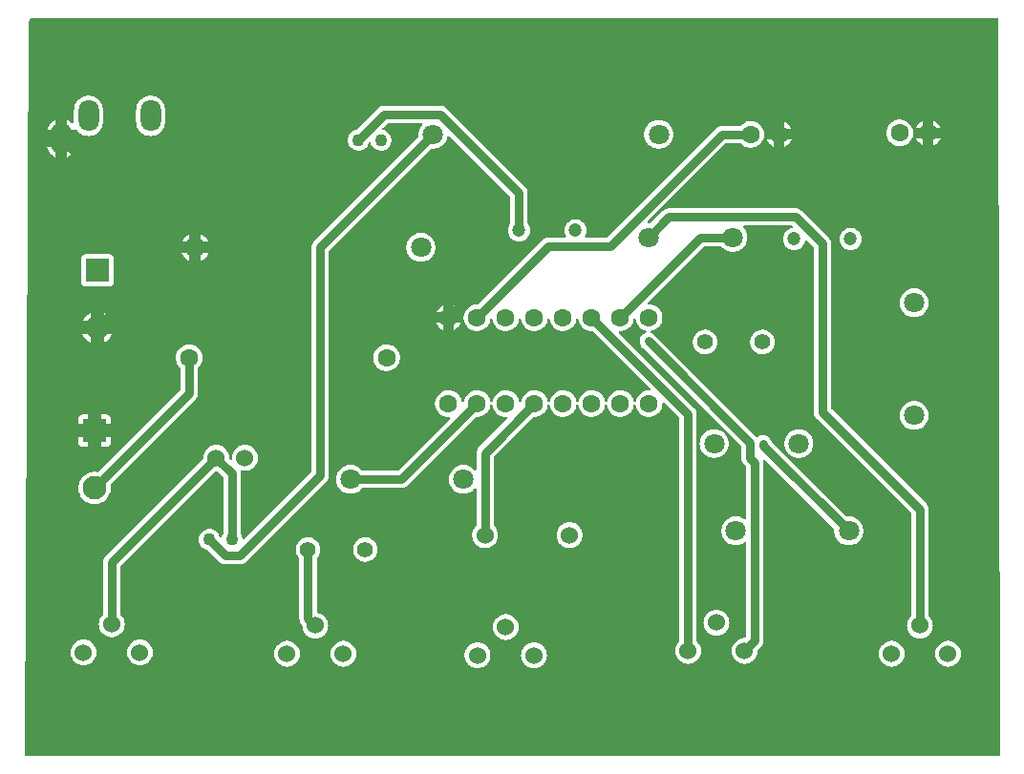
<source format=gbl>
G04 Layer: BottomLayer*
G04 EasyEDA v6.5.22, 2022-11-07 08:41:36*
G04 a0478566845a414f978cb9b688239593,4d8ab2db40884aeb91e54047068f32cb,10*
G04 Gerber Generator version 0.2*
G04 Scale: 100 percent, Rotated: No, Reflected: No *
G04 Dimensions in inches *
G04 leading zeros omitted , absolute positions ,3 integer and 6 decimal *
%FSLAX36Y36*%
%MOIN*%

%ADD10C,0.0300*%
%ADD11C,0.0630*%
%ADD12C,0.0709*%
%ADD13C,0.0600*%
%ADD14C,0.0551*%
%ADD15C,0.0472*%
%ADD16O,0.07087X0.11023999999999999*%
%ADD17C,0.0433*%
%ADD18C,0.0827*%
%ADD19R,0.0827X0.0827*%
%ADD20C,0.0240*%
%ADD21C,0.0133*%

%LPD*%
G36*
X294280Y-864800D02*
G01*
X292740Y-864500D01*
X291440Y-863620D01*
X290580Y-862320D01*
X290280Y-860780D01*
X305140Y1699199D01*
X305500Y1700840D01*
X306500Y1702180D01*
X307240Y1702860D01*
X308220Y1704000D01*
X309460Y1706220D01*
X309740Y1707060D01*
X310560Y1708500D01*
X311900Y1709460D01*
X313520Y1709800D01*
X3685820Y1709800D01*
X3687360Y1709500D01*
X3688660Y1708640D01*
X3689520Y1707340D01*
X3689820Y1705800D01*
X3694780Y-860800D01*
X3694480Y-862320D01*
X3693600Y-863620D01*
X3692300Y-864500D01*
X3690779Y-864800D01*
G37*

%LPC*%
G36*
X2065580Y-559320D02*
G01*
X2071260Y-559320D01*
X2076900Y-558600D01*
X2082400Y-557180D01*
X2087660Y-555100D01*
X2092640Y-552360D01*
X2097240Y-549020D01*
X2101360Y-545140D01*
X2104980Y-540780D01*
X2108020Y-535980D01*
X2110440Y-530840D01*
X2112200Y-525440D01*
X2113260Y-519880D01*
X2113620Y-514200D01*
X2113260Y-508540D01*
X2112200Y-502960D01*
X2110440Y-497580D01*
X2108020Y-492440D01*
X2104980Y-487640D01*
X2101360Y-483280D01*
X2097240Y-479380D01*
X2092640Y-476060D01*
X2087660Y-473320D01*
X2082400Y-471220D01*
X2076900Y-469820D01*
X2071260Y-469099D01*
X2065580Y-469099D01*
X2059960Y-469820D01*
X2054460Y-471220D01*
X2049180Y-473320D01*
X2044199Y-476060D01*
X2039620Y-479380D01*
X2035480Y-483280D01*
X2031860Y-487640D01*
X2028820Y-492440D01*
X2026399Y-497580D01*
X2024660Y-502960D01*
X2023580Y-508540D01*
X2023240Y-514200D01*
X2023580Y-519880D01*
X2024660Y-525440D01*
X2026399Y-530840D01*
X2028820Y-535980D01*
X2031860Y-540780D01*
X2035480Y-545140D01*
X2039620Y-549020D01*
X2044199Y-552360D01*
X2049180Y-555100D01*
X2054460Y-557180D01*
X2059960Y-558600D01*
G37*
G36*
X1868740Y-559320D02*
G01*
X1874420Y-559320D01*
X1880040Y-558600D01*
X1885540Y-557180D01*
X1890820Y-555100D01*
X1895800Y-552360D01*
X1900380Y-549020D01*
X1904520Y-545140D01*
X1908140Y-540780D01*
X1911180Y-535980D01*
X1913600Y-530840D01*
X1915340Y-525440D01*
X1916420Y-519880D01*
X1916759Y-514200D01*
X1916420Y-508540D01*
X1915340Y-502960D01*
X1913600Y-497580D01*
X1911180Y-492440D01*
X1908140Y-487640D01*
X1904520Y-483280D01*
X1900380Y-479380D01*
X1895800Y-476060D01*
X1890820Y-473320D01*
X1885540Y-471220D01*
X1880040Y-469820D01*
X1874420Y-469099D01*
X1868740Y-469099D01*
X1863100Y-469820D01*
X1857600Y-471220D01*
X1852340Y-473320D01*
X1847360Y-476060D01*
X1842760Y-479380D01*
X1838640Y-483280D01*
X1835020Y-487640D01*
X1831980Y-492440D01*
X1829560Y-497580D01*
X1827800Y-502960D01*
X1826740Y-508540D01*
X1826380Y-514200D01*
X1826740Y-519880D01*
X1827800Y-525440D01*
X1829560Y-530840D01*
X1831980Y-535980D01*
X1835020Y-540780D01*
X1838640Y-545140D01*
X1842760Y-549020D01*
X1847360Y-552360D01*
X1852340Y-555100D01*
X1857600Y-557180D01*
X1863100Y-558600D01*
G37*
G36*
X1400580Y-554320D02*
G01*
X1406260Y-554320D01*
X1411900Y-553600D01*
X1417400Y-552180D01*
X1422660Y-550100D01*
X1427640Y-547360D01*
X1432240Y-544020D01*
X1436360Y-540140D01*
X1439980Y-535780D01*
X1443020Y-530980D01*
X1445440Y-525840D01*
X1447200Y-520439D01*
X1448260Y-514880D01*
X1448620Y-509200D01*
X1448260Y-503540D01*
X1447200Y-497960D01*
X1445440Y-492580D01*
X1443020Y-487440D01*
X1439980Y-482640D01*
X1436360Y-478280D01*
X1432240Y-474380D01*
X1427640Y-471060D01*
X1422660Y-468320D01*
X1417400Y-466220D01*
X1411900Y-464820D01*
X1406260Y-464099D01*
X1400580Y-464099D01*
X1394960Y-464820D01*
X1389460Y-466220D01*
X1384180Y-468320D01*
X1379199Y-471060D01*
X1374620Y-474380D01*
X1370480Y-478280D01*
X1366860Y-482640D01*
X1363820Y-487440D01*
X1361399Y-492580D01*
X1359660Y-497960D01*
X1358580Y-503540D01*
X1358240Y-509200D01*
X1358580Y-514880D01*
X1359660Y-520439D01*
X1361399Y-525840D01*
X1363820Y-530980D01*
X1366860Y-535780D01*
X1370480Y-540140D01*
X1374620Y-544020D01*
X1379199Y-547360D01*
X1384180Y-550100D01*
X1389460Y-552180D01*
X1394960Y-553600D01*
G37*
G36*
X3510580Y-554320D02*
G01*
X3516259Y-554320D01*
X3521900Y-553600D01*
X3527400Y-552180D01*
X3532660Y-550100D01*
X3537640Y-547360D01*
X3542240Y-544020D01*
X3546360Y-540140D01*
X3549980Y-535780D01*
X3553020Y-530980D01*
X3555440Y-525840D01*
X3557200Y-520439D01*
X3558260Y-514880D01*
X3558620Y-509200D01*
X3558260Y-503540D01*
X3557200Y-497960D01*
X3555440Y-492580D01*
X3553020Y-487440D01*
X3549980Y-482640D01*
X3546360Y-478280D01*
X3542240Y-474380D01*
X3537640Y-471060D01*
X3532660Y-468320D01*
X3527400Y-466220D01*
X3521900Y-464820D01*
X3516259Y-464099D01*
X3510580Y-464099D01*
X3504960Y-464820D01*
X3499460Y-466220D01*
X3494180Y-468320D01*
X3489200Y-471060D01*
X3484620Y-474380D01*
X3480480Y-478280D01*
X3476860Y-482640D01*
X3473820Y-487440D01*
X3471400Y-492580D01*
X3469660Y-497960D01*
X3468580Y-503540D01*
X3468240Y-509200D01*
X3468580Y-514880D01*
X3469660Y-520439D01*
X3471400Y-525840D01*
X3473820Y-530980D01*
X3476860Y-535780D01*
X3480480Y-540140D01*
X3484620Y-544020D01*
X3489200Y-547360D01*
X3494180Y-550100D01*
X3499460Y-552180D01*
X3504960Y-553600D01*
G37*
G36*
X1203740Y-554320D02*
G01*
X1209420Y-554320D01*
X1215040Y-553600D01*
X1220540Y-552180D01*
X1225820Y-550100D01*
X1230800Y-547360D01*
X1235380Y-544020D01*
X1239520Y-540140D01*
X1243140Y-535780D01*
X1246180Y-530980D01*
X1248600Y-525840D01*
X1250340Y-520439D01*
X1251420Y-514880D01*
X1251760Y-509200D01*
X1251420Y-503540D01*
X1250340Y-497960D01*
X1248600Y-492580D01*
X1246180Y-487440D01*
X1243140Y-482640D01*
X1239520Y-478280D01*
X1235380Y-474380D01*
X1230800Y-471060D01*
X1225820Y-468320D01*
X1220540Y-466220D01*
X1215040Y-464820D01*
X1209420Y-464099D01*
X1203740Y-464099D01*
X1198100Y-464820D01*
X1192600Y-466220D01*
X1187340Y-468320D01*
X1182360Y-471060D01*
X1177760Y-474380D01*
X1173640Y-478280D01*
X1170020Y-482640D01*
X1166980Y-487440D01*
X1164560Y-492580D01*
X1162800Y-497960D01*
X1161740Y-503540D01*
X1161380Y-509200D01*
X1161740Y-514880D01*
X1162800Y-520439D01*
X1164560Y-525840D01*
X1166980Y-530980D01*
X1170020Y-535780D01*
X1173640Y-540140D01*
X1177760Y-544020D01*
X1182360Y-547360D01*
X1187340Y-550100D01*
X1192600Y-552180D01*
X1198100Y-553600D01*
G37*
G36*
X3313740Y-554320D02*
G01*
X3319420Y-554320D01*
X3325040Y-553600D01*
X3330539Y-552180D01*
X3335820Y-550100D01*
X3340800Y-547360D01*
X3345380Y-544020D01*
X3349520Y-540140D01*
X3353140Y-535780D01*
X3356180Y-530980D01*
X3358600Y-525840D01*
X3360340Y-520439D01*
X3361420Y-514880D01*
X3361760Y-509200D01*
X3361420Y-503540D01*
X3360340Y-497960D01*
X3358600Y-492580D01*
X3356180Y-487440D01*
X3353140Y-482640D01*
X3349520Y-478280D01*
X3345380Y-474380D01*
X3340800Y-471060D01*
X3335820Y-468320D01*
X3330539Y-466220D01*
X3325040Y-464820D01*
X3319420Y-464099D01*
X3313740Y-464099D01*
X3308100Y-464820D01*
X3302600Y-466220D01*
X3297340Y-468320D01*
X3292360Y-471060D01*
X3287760Y-474380D01*
X3283639Y-478280D01*
X3280020Y-482640D01*
X3276980Y-487440D01*
X3274560Y-492580D01*
X3272799Y-497960D01*
X3271740Y-503540D01*
X3271380Y-509200D01*
X3271740Y-514880D01*
X3272799Y-520439D01*
X3274560Y-525840D01*
X3276980Y-530980D01*
X3280020Y-535780D01*
X3283639Y-540140D01*
X3287760Y-544020D01*
X3292360Y-547360D01*
X3297340Y-550100D01*
X3302600Y-552180D01*
X3308100Y-553600D01*
G37*
G36*
X690580Y-549320D02*
G01*
X696260Y-549320D01*
X701900Y-548600D01*
X707400Y-547180D01*
X712660Y-545100D01*
X717640Y-542360D01*
X722240Y-539020D01*
X726360Y-535140D01*
X729980Y-530780D01*
X733020Y-525980D01*
X735440Y-520840D01*
X737200Y-515439D01*
X738259Y-509880D01*
X738620Y-504200D01*
X738259Y-498540D01*
X737200Y-492960D01*
X735440Y-487580D01*
X733020Y-482440D01*
X729980Y-477640D01*
X726360Y-473280D01*
X722240Y-469380D01*
X717640Y-466060D01*
X712660Y-463320D01*
X707400Y-461220D01*
X701900Y-459820D01*
X696260Y-459099D01*
X690580Y-459099D01*
X684960Y-459820D01*
X679460Y-461220D01*
X674180Y-463320D01*
X669200Y-466060D01*
X664620Y-469380D01*
X660480Y-473280D01*
X656860Y-477640D01*
X653820Y-482440D01*
X651400Y-487580D01*
X649659Y-492960D01*
X648580Y-498540D01*
X648240Y-504200D01*
X648580Y-509880D01*
X649659Y-515439D01*
X651400Y-520840D01*
X653820Y-525980D01*
X656860Y-530780D01*
X660480Y-535140D01*
X664620Y-539020D01*
X669200Y-542360D01*
X674180Y-545100D01*
X679460Y-547180D01*
X684960Y-548600D01*
G37*
G36*
X493740Y-549320D02*
G01*
X499420Y-549320D01*
X505040Y-548600D01*
X510540Y-547180D01*
X515820Y-545100D01*
X520800Y-542360D01*
X525380Y-539020D01*
X529520Y-535140D01*
X533140Y-530780D01*
X536180Y-525980D01*
X538600Y-520840D01*
X540340Y-515439D01*
X541420Y-509880D01*
X541760Y-504200D01*
X541420Y-498540D01*
X540340Y-492960D01*
X538600Y-487580D01*
X536180Y-482440D01*
X533140Y-477640D01*
X529520Y-473280D01*
X525380Y-469380D01*
X520800Y-466060D01*
X515820Y-463320D01*
X510540Y-461220D01*
X505040Y-459820D01*
X499420Y-459099D01*
X493740Y-459099D01*
X488100Y-459820D01*
X482600Y-461220D01*
X477340Y-463320D01*
X472360Y-466060D01*
X467760Y-469380D01*
X463640Y-473280D01*
X460020Y-477640D01*
X456980Y-482440D01*
X454560Y-487580D01*
X452800Y-492960D01*
X451740Y-498540D01*
X451380Y-504200D01*
X451740Y-509880D01*
X452800Y-515439D01*
X454560Y-520840D01*
X456980Y-525980D01*
X460020Y-530780D01*
X463640Y-535140D01*
X467760Y-539020D01*
X472360Y-542360D01*
X477340Y-545100D01*
X482600Y-547180D01*
X488100Y-548600D01*
G37*
G36*
X2603740Y-544320D02*
G01*
X2609420Y-544320D01*
X2615040Y-543600D01*
X2620539Y-542180D01*
X2625820Y-540100D01*
X2630800Y-537360D01*
X2635380Y-534020D01*
X2639520Y-530140D01*
X2643140Y-525780D01*
X2646180Y-520980D01*
X2648600Y-515840D01*
X2650340Y-510439D01*
X2651420Y-504880D01*
X2651760Y-499200D01*
X2651420Y-493540D01*
X2650340Y-487960D01*
X2648600Y-482580D01*
X2646180Y-477440D01*
X2643140Y-472640D01*
X2639520Y-468280D01*
X2638039Y-466880D01*
X2637100Y-465560D01*
X2636780Y-463960D01*
X2636760Y329480D01*
X2636420Y333000D01*
X2636259Y333960D01*
X2635419Y337400D01*
X2633759Y341580D01*
X2633320Y342460D01*
X2631480Y345500D01*
X2630920Y346300D01*
X2628660Y349020D01*
X2366200Y611520D01*
X2365340Y612800D01*
X2365020Y614300D01*
X2365300Y615820D01*
X2366140Y617120D01*
X2367400Y618000D01*
X2368900Y618340D01*
X2374300Y618520D01*
X2379980Y619400D01*
X2385520Y620960D01*
X2390820Y623200D01*
X2395780Y626080D01*
X2400380Y629540D01*
X2404500Y633540D01*
X2408100Y638020D01*
X2411140Y642920D01*
X2413540Y648139D01*
X2415280Y653620D01*
X2416060Y657820D01*
X2416680Y659300D01*
X2417820Y660420D01*
X2419320Y661020D01*
X2420920Y660960D01*
X2422380Y660280D01*
X2423460Y659100D01*
X2423960Y657560D01*
X2424100Y656420D01*
X2425500Y650840D01*
X2427580Y645480D01*
X2430300Y640420D01*
X2433620Y635720D01*
X2437500Y631480D01*
X2441860Y627740D01*
X2446660Y624560D01*
X2451800Y622000D01*
X2457220Y620100D01*
X2458040Y619920D01*
X2459600Y619200D01*
X2460720Y617900D01*
X2461180Y616240D01*
X2460920Y614560D01*
X2459980Y613120D01*
X2458520Y612220D01*
X2455020Y611000D01*
X2451040Y608900D01*
X2447400Y606220D01*
X2444220Y603040D01*
X2441540Y599400D01*
X2439440Y595420D01*
X2437940Y591160D01*
X2437100Y586720D01*
X2436940Y582220D01*
X2437440Y577720D01*
X2438600Y573360D01*
X2440400Y569240D01*
X2442820Y565420D01*
X2445860Y561880D01*
X2791780Y215960D01*
X2792640Y214660D01*
X2792960Y213120D01*
X2792980Y173380D01*
X2793300Y169860D01*
X2793460Y168900D01*
X2794320Y165460D01*
X2794620Y164540D01*
X2795980Y161280D01*
X2796420Y160400D01*
X2798240Y157360D01*
X2798800Y156560D01*
X2801060Y153840D01*
X2808440Y146440D01*
X2809300Y145140D01*
X2809620Y143620D01*
X2809620Y-36160D01*
X2809220Y-37880D01*
X2808120Y-39280D01*
X2806520Y-40039D01*
X2804740Y-40060D01*
X2803140Y-39300D01*
X2801900Y-38340D01*
X2796680Y-35180D01*
X2791100Y-32660D01*
X2785260Y-30840D01*
X2779260Y-29740D01*
X2773159Y-29380D01*
X2767040Y-29740D01*
X2761040Y-30840D01*
X2755200Y-32660D01*
X2749620Y-35180D01*
X2744400Y-38340D01*
X2739580Y-42100D01*
X2735260Y-46420D01*
X2731480Y-51240D01*
X2728320Y-56480D01*
X2725820Y-62040D01*
X2724000Y-67880D01*
X2722900Y-73900D01*
X2722520Y-80000D01*
X2722900Y-86100D01*
X2724000Y-92120D01*
X2725820Y-97960D01*
X2728320Y-103520D01*
X2731480Y-108760D01*
X2735260Y-113580D01*
X2739580Y-117899D01*
X2744400Y-121660D01*
X2749620Y-124820D01*
X2755200Y-127340D01*
X2761040Y-129160D01*
X2767040Y-130260D01*
X2773159Y-130620D01*
X2779260Y-130260D01*
X2785260Y-129160D01*
X2791100Y-127340D01*
X2796680Y-124820D01*
X2801900Y-121660D01*
X2803140Y-120700D01*
X2804740Y-119940D01*
X2806520Y-119960D01*
X2808120Y-120719D01*
X2809220Y-122120D01*
X2809620Y-123840D01*
X2809620Y-448660D01*
X2809300Y-450200D01*
X2808440Y-451500D01*
X2807000Y-452939D01*
X2805700Y-453800D01*
X2804160Y-454099D01*
X2800580Y-454099D01*
X2794960Y-454820D01*
X2789460Y-456220D01*
X2784180Y-458320D01*
X2779200Y-461060D01*
X2774620Y-464380D01*
X2770480Y-468280D01*
X2766860Y-472640D01*
X2763820Y-477440D01*
X2761400Y-482580D01*
X2759660Y-487960D01*
X2758580Y-493540D01*
X2758240Y-499200D01*
X2758580Y-504880D01*
X2759660Y-510439D01*
X2761400Y-515840D01*
X2763820Y-520980D01*
X2766860Y-525780D01*
X2770480Y-530140D01*
X2774620Y-534020D01*
X2779200Y-537360D01*
X2784180Y-540100D01*
X2789460Y-542180D01*
X2794960Y-543600D01*
X2800580Y-544320D01*
X2806259Y-544320D01*
X2811900Y-543600D01*
X2817400Y-542180D01*
X2822660Y-540100D01*
X2827640Y-537360D01*
X2832240Y-534020D01*
X2836360Y-530140D01*
X2839980Y-525780D01*
X2843020Y-520980D01*
X2845440Y-515840D01*
X2847200Y-510439D01*
X2848260Y-504880D01*
X2848620Y-499200D01*
X2848840Y-497020D01*
X2849740Y-495600D01*
X2861900Y-483420D01*
X2864160Y-480700D01*
X2864720Y-479900D01*
X2866540Y-476880D01*
X2866980Y-476000D01*
X2868340Y-472740D01*
X2869500Y-468380D01*
X2869660Y-467400D01*
X2870020Y-462800D01*
X2869980Y158840D01*
X2869660Y162280D01*
X2869200Y164560D01*
X2869200Y166260D01*
X2869920Y167800D01*
X2871200Y168900D01*
X2872840Y169360D01*
X2874500Y169120D01*
X2875940Y168200D01*
X3115400Y-71260D01*
X3116320Y-72680D01*
X3116560Y-74340D01*
X3116220Y-80000D01*
X3116600Y-86100D01*
X3117700Y-92120D01*
X3119520Y-97960D01*
X3122020Y-103520D01*
X3125179Y-108760D01*
X3128960Y-113580D01*
X3133279Y-117899D01*
X3138100Y-121660D01*
X3143320Y-124820D01*
X3148900Y-127340D01*
X3154740Y-129160D01*
X3160740Y-130260D01*
X3166860Y-130620D01*
X3172960Y-130260D01*
X3178960Y-129160D01*
X3184800Y-127340D01*
X3190380Y-124820D01*
X3195600Y-121660D01*
X3200419Y-117899D01*
X3204740Y-113580D01*
X3208519Y-108760D01*
X3211680Y-103520D01*
X3214180Y-97960D01*
X3216000Y-92120D01*
X3217100Y-86100D01*
X3217480Y-80000D01*
X3217100Y-73900D01*
X3216000Y-67880D01*
X3214180Y-62040D01*
X3211680Y-56480D01*
X3208519Y-51240D01*
X3204740Y-46420D01*
X3200419Y-42100D01*
X3195600Y-38340D01*
X3190380Y-35180D01*
X3184800Y-32660D01*
X3178960Y-30840D01*
X3172960Y-29740D01*
X3166860Y-29380D01*
X3161180Y-29720D01*
X3159520Y-29460D01*
X3158120Y-28560D01*
X2898300Y231260D01*
X2897620Y232160D01*
X2897060Y233900D01*
X2895419Y238100D01*
X2893159Y242000D01*
X2890340Y245539D01*
X2887040Y248600D01*
X2883320Y251140D01*
X2879240Y253100D01*
X2874940Y254440D01*
X2870480Y255100D01*
X2865960Y255100D01*
X2861500Y254440D01*
X2857200Y253100D01*
X2853120Y251140D01*
X2849260Y248500D01*
X2848000Y247940D01*
X2846620Y247820D01*
X2845299Y248180D01*
X2844160Y248980D01*
X2488560Y604580D01*
X2485020Y607620D01*
X2481200Y610040D01*
X2477680Y611560D01*
X2476300Y612560D01*
X2475460Y614060D01*
X2475320Y615740D01*
X2475880Y617360D01*
X2477080Y618580D01*
X2478660Y619180D01*
X2479980Y619400D01*
X2485520Y620960D01*
X2490820Y623200D01*
X2495780Y626080D01*
X2500380Y629540D01*
X2504500Y633540D01*
X2508100Y638020D01*
X2511140Y642920D01*
X2513540Y648139D01*
X2515280Y653620D01*
X2516340Y659260D01*
X2516680Y665000D01*
X2516340Y670740D01*
X2515280Y676380D01*
X2513540Y681860D01*
X2511140Y687080D01*
X2508100Y691979D01*
X2504500Y696460D01*
X2500380Y700460D01*
X2495780Y703920D01*
X2490820Y706800D01*
X2485520Y709040D01*
X2479980Y710600D01*
X2474300Y711480D01*
X2468900Y711660D01*
X2467400Y712000D01*
X2466140Y712880D01*
X2465300Y714180D01*
X2465020Y715699D01*
X2465340Y717200D01*
X2466200Y718480D01*
X2661340Y913620D01*
X2662640Y914500D01*
X2664160Y914800D01*
X2720160Y914800D01*
X2721340Y914620D01*
X2722420Y914100D01*
X2723300Y913259D01*
X2724740Y911420D01*
X2729060Y907099D01*
X2733880Y903340D01*
X2739120Y900180D01*
X2744680Y897660D01*
X2750520Y895840D01*
X2756540Y894740D01*
X2762640Y894380D01*
X2768740Y894740D01*
X2774760Y895840D01*
X2780600Y897660D01*
X2786160Y900180D01*
X2791400Y903340D01*
X2796220Y907099D01*
X2800539Y911420D01*
X2804300Y916240D01*
X2807460Y921480D01*
X2809980Y927039D01*
X2811800Y932880D01*
X2812900Y938900D01*
X2813260Y945000D01*
X2812900Y951100D01*
X2811800Y957120D01*
X2809980Y962960D01*
X2807460Y968520D01*
X2804300Y973760D01*
X2800539Y978580D01*
X2799180Y979940D01*
X2798300Y981220D01*
X2798000Y982760D01*
X2798300Y984300D01*
X2799180Y985580D01*
X2800480Y986460D01*
X2802000Y986760D01*
X2967220Y986760D01*
X2968440Y986580D01*
X2969520Y986020D01*
X2971040Y984340D01*
X2971720Y982960D01*
X2971820Y981420D01*
X2971340Y979940D01*
X2970320Y978780D01*
X2968940Y978080D01*
X2963580Y976580D01*
X2958720Y974460D01*
X2954180Y971700D01*
X2950080Y968360D01*
X2946460Y964500D01*
X2943399Y960160D01*
X2940980Y955460D01*
X2939200Y950480D01*
X2938120Y945280D01*
X2937760Y940000D01*
X2938120Y934720D01*
X2939200Y929520D01*
X2940980Y924539D01*
X2943399Y919840D01*
X2946460Y915500D01*
X2950080Y911640D01*
X2954180Y908300D01*
X2958720Y905540D01*
X2963580Y903420D01*
X2968680Y902000D01*
X2973920Y901280D01*
X2979220Y901280D01*
X2984460Y902000D01*
X2989560Y903420D01*
X2994420Y905540D01*
X2998960Y908300D01*
X3003060Y911640D01*
X3006680Y915500D01*
X3009740Y919840D01*
X3012160Y924539D01*
X3013940Y929520D01*
X3014540Y932360D01*
X3015220Y933920D01*
X3016500Y935040D01*
X3018140Y935520D01*
X3019840Y935280D01*
X3021280Y934360D01*
X3043639Y912000D01*
X3044500Y910699D01*
X3044820Y909180D01*
X3044840Y334180D01*
X3045160Y330660D01*
X3045320Y329680D01*
X3046480Y325319D01*
X3047840Y322060D01*
X3048279Y321180D01*
X3050100Y318160D01*
X3050659Y317360D01*
X3052919Y314640D01*
X3383639Y-16100D01*
X3384500Y-17400D01*
X3384820Y-18940D01*
X3384820Y-375540D01*
X3384480Y-377120D01*
X3383540Y-378440D01*
X3382060Y-379840D01*
X3378440Y-384219D01*
X3375400Y-389020D01*
X3372980Y-394140D01*
X3371240Y-399540D01*
X3370160Y-405120D01*
X3369820Y-410780D01*
X3370160Y-416440D01*
X3371240Y-422020D01*
X3372980Y-427420D01*
X3375400Y-432560D01*
X3378440Y-437340D01*
X3382060Y-441719D01*
X3386200Y-445600D01*
X3390779Y-448940D01*
X3395760Y-451680D01*
X3401040Y-453760D01*
X3406540Y-455180D01*
X3412160Y-455880D01*
X3417840Y-455880D01*
X3423480Y-455180D01*
X3428980Y-453760D01*
X3434240Y-451680D01*
X3439220Y-448940D01*
X3443820Y-445600D01*
X3447940Y-441719D01*
X3451560Y-437340D01*
X3454600Y-432560D01*
X3457020Y-427420D01*
X3458780Y-422020D01*
X3459840Y-416440D01*
X3460200Y-410780D01*
X3459840Y-405120D01*
X3458780Y-399540D01*
X3457020Y-394140D01*
X3454600Y-389020D01*
X3451560Y-384219D01*
X3447940Y-379840D01*
X3446480Y-378459D01*
X3445539Y-377140D01*
X3445220Y-375540D01*
X3445179Y-3720D01*
X3444860Y-200D01*
X3444700Y780D01*
X3443540Y5140D01*
X3442180Y8400D01*
X3441740Y9280D01*
X3439920Y12300D01*
X3439360Y13100D01*
X3437100Y15820D01*
X3106380Y346560D01*
X3105520Y347860D01*
X3105220Y349400D01*
X3105179Y924400D01*
X3104860Y927920D01*
X3104700Y928880D01*
X3103840Y932320D01*
X3103540Y933240D01*
X3102180Y936500D01*
X3101740Y937380D01*
X3099920Y940420D01*
X3099360Y941220D01*
X3097100Y943940D01*
X3001980Y1039040D01*
X2999260Y1041300D01*
X2995440Y1043700D01*
X2994560Y1044140D01*
X2990360Y1045800D01*
X2986940Y1046640D01*
X2985960Y1046800D01*
X2982440Y1047140D01*
X2538260Y1047140D01*
X2534740Y1046800D01*
X2533780Y1046640D01*
X2530340Y1045800D01*
X2526160Y1044140D01*
X2525280Y1043700D01*
X2522240Y1041860D01*
X2521440Y1041300D01*
X2518720Y1039040D01*
X2476100Y996440D01*
X2474680Y995540D01*
X2473020Y995280D01*
X2468160Y995580D01*
X2466680Y995960D01*
X2465460Y996860D01*
X2464660Y998160D01*
X2464400Y999659D01*
X2464720Y1001140D01*
X2465560Y1002400D01*
X2736800Y1273620D01*
X2738100Y1274500D01*
X2739620Y1274800D01*
X2787700Y1274800D01*
X2789320Y1274460D01*
X2790659Y1273500D01*
X2792500Y1271480D01*
X2796860Y1267740D01*
X2801660Y1264560D01*
X2806800Y1262000D01*
X2812220Y1260100D01*
X2817840Y1258860D01*
X2823560Y1258340D01*
X2829300Y1258520D01*
X2834980Y1259400D01*
X2840520Y1260960D01*
X2845820Y1263200D01*
X2850779Y1266080D01*
X2855380Y1269540D01*
X2859500Y1273540D01*
X2863100Y1278020D01*
X2866139Y1282920D01*
X2868540Y1288140D01*
X2870280Y1293620D01*
X2871340Y1299259D01*
X2871680Y1305000D01*
X2871340Y1310740D01*
X2870280Y1316380D01*
X2868540Y1321860D01*
X2866139Y1327080D01*
X2863100Y1331980D01*
X2859500Y1336459D01*
X2855380Y1340460D01*
X2850779Y1343920D01*
X2845820Y1346800D01*
X2840520Y1349040D01*
X2834980Y1350600D01*
X2829300Y1351480D01*
X2823560Y1351660D01*
X2817840Y1351140D01*
X2812220Y1349900D01*
X2806800Y1348000D01*
X2801660Y1345440D01*
X2796860Y1342260D01*
X2792500Y1338520D01*
X2790659Y1336500D01*
X2789320Y1335540D01*
X2787700Y1335200D01*
X2724400Y1335180D01*
X2720880Y1334840D01*
X2719920Y1334680D01*
X2716480Y1333839D01*
X2712300Y1332180D01*
X2711420Y1331740D01*
X2708380Y1329900D01*
X2707580Y1329340D01*
X2704860Y1327080D01*
X2323960Y946200D01*
X2322660Y945340D01*
X2321120Y945020D01*
X2250680Y945020D01*
X2249080Y945360D01*
X2247760Y946300D01*
X2246920Y947700D01*
X2246700Y949300D01*
X2247120Y950879D01*
X2249020Y954539D01*
X2250800Y959520D01*
X2251880Y964720D01*
X2252240Y970000D01*
X2251880Y975280D01*
X2250800Y980480D01*
X2249020Y985460D01*
X2246600Y990160D01*
X2243540Y994500D01*
X2239920Y998360D01*
X2235820Y1001700D01*
X2231280Y1004460D01*
X2226420Y1006580D01*
X2221320Y1008000D01*
X2216080Y1008720D01*
X2210780Y1008720D01*
X2205540Y1008000D01*
X2200440Y1006580D01*
X2195580Y1004460D01*
X2191040Y1001700D01*
X2186940Y998360D01*
X2183320Y994500D01*
X2180260Y990160D01*
X2177840Y985460D01*
X2176060Y980480D01*
X2174980Y975280D01*
X2174620Y970000D01*
X2174980Y964720D01*
X2176060Y959520D01*
X2177840Y954539D01*
X2179740Y950879D01*
X2180160Y949300D01*
X2179940Y947700D01*
X2179100Y946300D01*
X2177780Y945360D01*
X2176180Y945020D01*
X2118780Y945000D01*
X2115260Y944680D01*
X2114280Y944520D01*
X2109920Y943360D01*
X2106660Y942000D01*
X2105780Y941560D01*
X2102760Y939740D01*
X2101960Y939180D01*
X2099240Y936919D01*
X1875020Y712720D01*
X1873660Y711840D01*
X1872060Y711560D01*
X1868560Y711660D01*
X1862840Y711140D01*
X1857220Y709900D01*
X1851800Y708000D01*
X1846660Y705440D01*
X1841860Y702260D01*
X1837500Y698520D01*
X1833620Y694280D01*
X1830300Y689580D01*
X1827580Y684520D01*
X1825500Y679160D01*
X1824100Y673580D01*
X1823400Y667880D01*
X1823400Y662120D01*
X1824100Y656420D01*
X1825500Y650840D01*
X1827580Y645480D01*
X1830300Y640420D01*
X1833620Y635720D01*
X1837500Y631480D01*
X1841860Y627740D01*
X1846660Y624560D01*
X1851800Y622000D01*
X1857220Y620100D01*
X1862840Y618860D01*
X1868560Y618340D01*
X1874300Y618520D01*
X1879980Y619400D01*
X1885520Y620960D01*
X1890820Y623200D01*
X1895780Y626080D01*
X1900380Y629540D01*
X1904500Y633540D01*
X1908100Y638020D01*
X1911140Y642920D01*
X1913540Y648139D01*
X1915280Y653620D01*
X1916060Y657820D01*
X1916680Y659300D01*
X1917820Y660420D01*
X1919319Y661020D01*
X1920920Y660960D01*
X1922380Y660280D01*
X1923460Y659100D01*
X1923959Y657560D01*
X1924100Y656420D01*
X1925500Y650840D01*
X1927580Y645480D01*
X1930300Y640420D01*
X1933620Y635720D01*
X1937500Y631480D01*
X1941860Y627740D01*
X1946660Y624560D01*
X1951800Y622000D01*
X1957220Y620100D01*
X1962840Y618860D01*
X1968560Y618340D01*
X1974300Y618520D01*
X1979980Y619400D01*
X1985520Y620960D01*
X1990820Y623200D01*
X1995780Y626080D01*
X2000380Y629540D01*
X2004500Y633540D01*
X2008100Y638020D01*
X2011140Y642920D01*
X2013540Y648139D01*
X2015280Y653620D01*
X2016060Y657820D01*
X2016680Y659300D01*
X2017820Y660420D01*
X2019319Y661020D01*
X2020920Y660960D01*
X2022380Y660280D01*
X2023460Y659100D01*
X2023959Y657560D01*
X2024100Y656420D01*
X2025500Y650840D01*
X2027580Y645480D01*
X2030300Y640420D01*
X2033620Y635720D01*
X2037500Y631480D01*
X2041860Y627740D01*
X2046660Y624560D01*
X2051800Y622000D01*
X2057220Y620100D01*
X2062840Y618860D01*
X2068560Y618340D01*
X2074300Y618520D01*
X2079980Y619400D01*
X2085520Y620960D01*
X2090820Y623200D01*
X2095780Y626080D01*
X2100380Y629540D01*
X2104500Y633540D01*
X2108100Y638020D01*
X2111140Y642920D01*
X2113540Y648139D01*
X2115280Y653620D01*
X2116060Y657820D01*
X2116680Y659300D01*
X2117820Y660420D01*
X2119320Y661020D01*
X2120920Y660960D01*
X2122380Y660280D01*
X2123460Y659100D01*
X2123960Y657560D01*
X2124100Y656420D01*
X2125500Y650840D01*
X2127580Y645480D01*
X2130300Y640420D01*
X2133620Y635720D01*
X2137500Y631480D01*
X2141860Y627740D01*
X2146660Y624560D01*
X2151800Y622000D01*
X2157220Y620100D01*
X2162840Y618860D01*
X2168560Y618340D01*
X2174300Y618520D01*
X2179980Y619400D01*
X2185520Y620960D01*
X2190820Y623200D01*
X2195780Y626080D01*
X2200380Y629540D01*
X2204500Y633540D01*
X2208100Y638020D01*
X2211140Y642920D01*
X2213540Y648139D01*
X2215280Y653620D01*
X2216060Y657820D01*
X2216680Y659300D01*
X2217820Y660420D01*
X2219320Y661020D01*
X2220920Y660960D01*
X2222380Y660280D01*
X2223460Y659100D01*
X2223960Y657560D01*
X2224100Y656420D01*
X2225500Y650840D01*
X2227580Y645480D01*
X2230300Y640420D01*
X2233620Y635720D01*
X2237500Y631480D01*
X2241860Y627740D01*
X2246660Y624560D01*
X2251800Y622000D01*
X2257220Y620100D01*
X2262840Y618860D01*
X2268560Y618340D01*
X2272060Y618440D01*
X2273660Y618160D01*
X2275020Y617280D01*
X2473880Y418420D01*
X2474740Y417100D01*
X2475040Y415560D01*
X2474720Y414000D01*
X2473820Y412700D01*
X2472480Y411860D01*
X2470920Y411599D01*
X2468560Y411659D01*
X2462840Y411140D01*
X2457220Y409900D01*
X2451800Y408000D01*
X2446660Y405439D01*
X2441860Y402260D01*
X2437500Y398519D01*
X2433620Y394280D01*
X2430300Y389580D01*
X2427580Y384520D01*
X2425500Y379159D01*
X2424100Y373579D01*
X2423960Y372440D01*
X2423460Y370900D01*
X2422380Y369720D01*
X2420920Y369040D01*
X2419320Y368980D01*
X2417820Y369580D01*
X2416680Y370700D01*
X2416060Y372180D01*
X2415280Y376380D01*
X2413540Y381860D01*
X2411140Y387080D01*
X2408100Y391980D01*
X2404500Y396460D01*
X2400380Y400460D01*
X2395780Y403920D01*
X2390820Y406800D01*
X2385520Y409040D01*
X2379980Y410600D01*
X2374300Y411480D01*
X2368560Y411659D01*
X2362840Y411140D01*
X2357220Y409900D01*
X2351800Y408000D01*
X2346660Y405439D01*
X2341860Y402260D01*
X2337500Y398519D01*
X2333620Y394280D01*
X2330300Y389580D01*
X2327580Y384520D01*
X2325500Y379159D01*
X2324100Y373579D01*
X2323960Y372440D01*
X2323460Y370900D01*
X2322380Y369720D01*
X2320920Y369040D01*
X2319320Y368980D01*
X2317820Y369580D01*
X2316680Y370700D01*
X2316060Y372180D01*
X2315280Y376380D01*
X2313540Y381860D01*
X2311140Y387080D01*
X2308100Y391980D01*
X2304500Y396460D01*
X2300380Y400460D01*
X2295780Y403920D01*
X2290820Y406800D01*
X2285520Y409040D01*
X2279980Y410600D01*
X2274300Y411480D01*
X2268560Y411659D01*
X2262840Y411140D01*
X2257220Y409900D01*
X2251800Y408000D01*
X2246660Y405439D01*
X2241860Y402260D01*
X2237500Y398519D01*
X2233620Y394280D01*
X2230300Y389580D01*
X2227580Y384520D01*
X2225500Y379159D01*
X2224100Y373579D01*
X2223960Y372440D01*
X2223460Y370900D01*
X2222380Y369720D01*
X2220920Y369040D01*
X2219320Y368980D01*
X2217820Y369580D01*
X2216680Y370700D01*
X2216060Y372180D01*
X2215280Y376380D01*
X2213540Y381860D01*
X2211140Y387080D01*
X2208100Y391980D01*
X2204500Y396460D01*
X2200380Y400460D01*
X2195780Y403920D01*
X2190820Y406800D01*
X2185520Y409040D01*
X2179980Y410600D01*
X2174300Y411480D01*
X2168560Y411659D01*
X2162840Y411140D01*
X2157220Y409900D01*
X2151800Y408000D01*
X2146660Y405439D01*
X2141860Y402260D01*
X2137500Y398519D01*
X2133620Y394280D01*
X2130300Y389580D01*
X2127580Y384520D01*
X2125500Y379159D01*
X2124100Y373579D01*
X2123960Y372440D01*
X2123460Y370900D01*
X2122380Y369720D01*
X2120920Y369040D01*
X2119320Y368980D01*
X2117820Y369580D01*
X2116680Y370700D01*
X2116060Y372180D01*
X2115280Y376380D01*
X2113540Y381860D01*
X2111140Y387080D01*
X2108100Y391980D01*
X2104500Y396460D01*
X2100380Y400460D01*
X2095780Y403920D01*
X2090820Y406800D01*
X2085520Y409040D01*
X2079980Y410600D01*
X2074300Y411480D01*
X2068560Y411659D01*
X2062840Y411140D01*
X2057220Y409900D01*
X2051800Y408000D01*
X2046660Y405439D01*
X2041860Y402260D01*
X2037500Y398519D01*
X2033620Y394280D01*
X2030300Y389580D01*
X2027580Y384520D01*
X2025500Y379159D01*
X2024100Y373579D01*
X2023959Y372440D01*
X2023460Y370900D01*
X2022380Y369720D01*
X2020920Y369040D01*
X2019319Y368980D01*
X2017820Y369580D01*
X2016680Y370700D01*
X2016060Y372180D01*
X2015280Y376380D01*
X2013540Y381860D01*
X2011140Y387080D01*
X2008100Y391980D01*
X2004500Y396460D01*
X2000380Y400460D01*
X1995780Y403920D01*
X1990820Y406800D01*
X1985520Y409040D01*
X1979980Y410600D01*
X1974300Y411480D01*
X1968560Y411659D01*
X1962840Y411140D01*
X1957220Y409900D01*
X1951800Y408000D01*
X1946660Y405439D01*
X1941860Y402260D01*
X1937500Y398519D01*
X1933620Y394280D01*
X1930300Y389580D01*
X1927580Y384520D01*
X1925500Y379159D01*
X1924100Y373579D01*
X1923959Y372440D01*
X1923460Y370900D01*
X1922380Y369720D01*
X1920920Y369040D01*
X1919319Y368980D01*
X1917820Y369580D01*
X1916680Y370700D01*
X1916060Y372180D01*
X1915280Y376380D01*
X1913540Y381860D01*
X1911140Y387080D01*
X1908100Y391980D01*
X1904500Y396460D01*
X1900380Y400460D01*
X1895780Y403920D01*
X1890820Y406800D01*
X1885520Y409040D01*
X1879980Y410600D01*
X1874300Y411480D01*
X1868560Y411659D01*
X1862840Y411140D01*
X1857220Y409900D01*
X1851800Y408000D01*
X1846660Y405439D01*
X1841860Y402260D01*
X1837500Y398519D01*
X1833620Y394280D01*
X1830300Y389580D01*
X1827580Y384520D01*
X1825500Y379159D01*
X1824100Y373579D01*
X1823959Y372440D01*
X1823460Y370900D01*
X1822380Y369720D01*
X1820920Y369040D01*
X1819319Y368980D01*
X1817820Y369580D01*
X1816680Y370700D01*
X1816060Y372180D01*
X1815280Y376380D01*
X1813540Y381860D01*
X1811140Y387080D01*
X1808100Y391980D01*
X1804500Y396460D01*
X1800380Y400460D01*
X1795780Y403920D01*
X1790820Y406800D01*
X1785520Y409040D01*
X1779980Y410600D01*
X1774300Y411480D01*
X1768560Y411659D01*
X1762840Y411140D01*
X1757220Y409900D01*
X1751800Y408000D01*
X1746660Y405439D01*
X1741860Y402260D01*
X1737500Y398519D01*
X1733620Y394280D01*
X1730300Y389580D01*
X1727580Y384520D01*
X1725500Y379159D01*
X1724100Y373579D01*
X1723400Y367879D01*
X1723400Y362120D01*
X1724100Y356420D01*
X1725500Y350840D01*
X1727580Y345480D01*
X1730300Y340420D01*
X1733620Y335720D01*
X1737500Y331480D01*
X1741860Y327740D01*
X1746660Y324560D01*
X1751800Y322000D01*
X1757220Y320100D01*
X1762840Y318860D01*
X1768560Y318340D01*
X1770920Y318400D01*
X1772480Y318140D01*
X1773820Y317300D01*
X1774720Y316000D01*
X1775040Y314440D01*
X1774740Y312900D01*
X1773880Y311580D01*
X1593660Y131380D01*
X1592360Y130500D01*
X1590840Y130200D01*
X1470640Y130200D01*
X1469440Y130380D01*
X1468360Y130900D01*
X1467480Y131740D01*
X1466040Y133580D01*
X1461720Y137900D01*
X1456900Y141660D01*
X1451680Y144820D01*
X1446100Y147340D01*
X1440260Y149160D01*
X1434259Y150260D01*
X1428140Y150620D01*
X1422040Y150260D01*
X1416040Y149160D01*
X1410200Y147340D01*
X1404620Y144820D01*
X1399400Y141660D01*
X1394580Y137900D01*
X1390260Y133580D01*
X1386480Y128760D01*
X1383320Y123520D01*
X1380820Y117960D01*
X1379000Y112120D01*
X1377900Y106100D01*
X1377520Y100000D01*
X1377900Y93900D01*
X1379000Y87880D01*
X1380820Y82040D01*
X1383320Y76480D01*
X1386480Y71240D01*
X1390260Y66420D01*
X1394580Y62100D01*
X1399400Y58339D01*
X1404620Y55180D01*
X1410200Y52660D01*
X1416040Y50839D01*
X1422040Y49740D01*
X1428140Y49380D01*
X1434259Y49740D01*
X1440260Y50839D01*
X1446100Y52660D01*
X1451680Y55180D01*
X1456900Y58339D01*
X1461720Y62100D01*
X1466040Y66420D01*
X1467480Y68260D01*
X1468360Y69100D01*
X1469440Y69620D01*
X1470640Y69800D01*
X1606060Y69820D01*
X1609580Y70160D01*
X1610540Y70320D01*
X1613980Y71160D01*
X1618160Y72820D01*
X1619040Y73260D01*
X1622080Y75100D01*
X1622880Y75660D01*
X1625600Y77920D01*
X1864920Y317220D01*
X1866399Y318160D01*
X1868560Y318340D01*
X1874300Y318520D01*
X1879980Y319400D01*
X1885520Y320959D01*
X1890820Y323200D01*
X1895780Y326079D01*
X1900380Y329540D01*
X1904500Y333540D01*
X1908100Y338020D01*
X1911140Y342920D01*
X1913540Y348140D01*
X1915280Y353620D01*
X1916060Y357819D01*
X1916680Y359300D01*
X1917820Y360420D01*
X1919319Y361019D01*
X1920920Y360959D01*
X1922380Y360280D01*
X1923460Y359099D01*
X1923959Y357560D01*
X1924100Y356420D01*
X1925500Y350840D01*
X1927580Y345480D01*
X1930300Y340420D01*
X1933620Y335720D01*
X1937500Y331480D01*
X1941860Y327740D01*
X1946660Y324560D01*
X1951800Y322000D01*
X1957220Y320100D01*
X1962840Y318860D01*
X1968560Y318340D01*
X1970920Y318400D01*
X1972480Y318140D01*
X1973820Y317300D01*
X1974720Y316000D01*
X1975040Y314440D01*
X1974740Y312900D01*
X1973880Y311580D01*
X1875280Y212960D01*
X1873020Y210240D01*
X1872460Y209440D01*
X1870620Y206400D01*
X1870180Y205520D01*
X1868520Y201340D01*
X1867680Y197900D01*
X1867520Y196940D01*
X1867180Y193420D01*
X1867160Y135700D01*
X1866819Y134100D01*
X1865880Y132760D01*
X1864460Y131920D01*
X1862840Y131700D01*
X1861260Y132180D01*
X1859740Y133580D01*
X1855420Y137900D01*
X1850600Y141660D01*
X1845380Y144820D01*
X1839800Y147340D01*
X1833959Y149160D01*
X1827960Y150260D01*
X1821860Y150620D01*
X1815740Y150260D01*
X1809740Y149160D01*
X1803899Y147340D01*
X1798320Y144820D01*
X1793100Y141660D01*
X1788280Y137900D01*
X1783959Y133580D01*
X1780180Y128760D01*
X1777020Y123520D01*
X1774520Y117960D01*
X1772700Y112120D01*
X1771600Y106100D01*
X1771220Y100000D01*
X1771600Y93900D01*
X1772700Y87880D01*
X1774520Y82040D01*
X1777020Y76480D01*
X1780180Y71240D01*
X1783959Y66420D01*
X1788280Y62100D01*
X1793100Y58339D01*
X1798320Y55180D01*
X1803899Y52660D01*
X1809740Y50839D01*
X1815740Y49740D01*
X1821860Y49380D01*
X1827960Y49740D01*
X1833959Y50839D01*
X1839800Y52660D01*
X1845380Y55180D01*
X1850600Y58339D01*
X1855420Y62100D01*
X1859740Y66420D01*
X1861260Y67820D01*
X1862840Y68300D01*
X1864460Y68080D01*
X1865880Y67240D01*
X1866819Y65900D01*
X1867160Y64300D01*
X1867160Y-59760D01*
X1866840Y-61340D01*
X1865900Y-62680D01*
X1864420Y-64060D01*
X1860800Y-68440D01*
X1857760Y-73220D01*
X1855340Y-78360D01*
X1853580Y-83760D01*
X1852520Y-89340D01*
X1852160Y-95000D01*
X1852520Y-100660D01*
X1853580Y-106240D01*
X1855340Y-111640D01*
X1857760Y-116780D01*
X1860800Y-121560D01*
X1864420Y-125940D01*
X1868560Y-129820D01*
X1873140Y-133160D01*
X1878120Y-135900D01*
X1883400Y-137980D01*
X1888899Y-139400D01*
X1894520Y-140100D01*
X1900200Y-140100D01*
X1905840Y-139400D01*
X1911320Y-137980D01*
X1916600Y-135900D01*
X1921579Y-133160D01*
X1926160Y-129820D01*
X1930300Y-125940D01*
X1933920Y-121560D01*
X1936960Y-116780D01*
X1939379Y-111640D01*
X1941140Y-106240D01*
X1942200Y-100660D01*
X1942560Y-95000D01*
X1942200Y-89340D01*
X1941140Y-83760D01*
X1939379Y-78360D01*
X1936960Y-73220D01*
X1933920Y-68440D01*
X1930300Y-64060D01*
X1928820Y-62680D01*
X1927880Y-61340D01*
X1927560Y-59760D01*
X1927560Y178200D01*
X1927860Y179720D01*
X1928740Y181020D01*
X2064920Y317220D01*
X2066399Y318160D01*
X2068560Y318340D01*
X2074300Y318520D01*
X2079980Y319400D01*
X2085520Y320959D01*
X2090820Y323200D01*
X2095780Y326079D01*
X2100380Y329540D01*
X2104500Y333540D01*
X2108100Y338020D01*
X2111140Y342920D01*
X2113540Y348140D01*
X2115280Y353620D01*
X2116060Y357819D01*
X2116680Y359300D01*
X2117820Y360420D01*
X2119320Y361019D01*
X2120920Y360959D01*
X2122380Y360280D01*
X2123460Y359099D01*
X2123960Y357560D01*
X2124100Y356420D01*
X2125500Y350840D01*
X2127580Y345480D01*
X2130300Y340420D01*
X2133620Y335720D01*
X2137500Y331480D01*
X2141860Y327740D01*
X2146660Y324560D01*
X2151800Y322000D01*
X2157220Y320100D01*
X2162840Y318860D01*
X2168560Y318340D01*
X2174300Y318520D01*
X2179980Y319400D01*
X2185520Y320959D01*
X2190820Y323200D01*
X2195780Y326079D01*
X2200380Y329540D01*
X2204500Y333540D01*
X2208100Y338020D01*
X2211140Y342920D01*
X2213540Y348140D01*
X2215280Y353620D01*
X2216060Y357819D01*
X2216680Y359300D01*
X2217820Y360420D01*
X2219320Y361019D01*
X2220920Y360959D01*
X2222380Y360280D01*
X2223460Y359099D01*
X2223960Y357560D01*
X2224100Y356420D01*
X2225500Y350840D01*
X2227580Y345480D01*
X2230300Y340420D01*
X2233620Y335720D01*
X2237500Y331480D01*
X2241860Y327740D01*
X2246660Y324560D01*
X2251800Y322000D01*
X2257220Y320100D01*
X2262840Y318860D01*
X2268560Y318340D01*
X2274300Y318520D01*
X2279980Y319400D01*
X2285520Y320959D01*
X2290820Y323200D01*
X2295780Y326079D01*
X2300380Y329540D01*
X2304500Y333540D01*
X2308100Y338020D01*
X2311140Y342920D01*
X2313540Y348140D01*
X2315280Y353620D01*
X2316060Y357819D01*
X2316680Y359300D01*
X2317820Y360420D01*
X2319320Y361019D01*
X2320920Y360959D01*
X2322380Y360280D01*
X2323460Y359099D01*
X2323960Y357560D01*
X2324100Y356420D01*
X2325500Y350840D01*
X2327580Y345480D01*
X2330300Y340420D01*
X2333620Y335720D01*
X2337500Y331480D01*
X2341860Y327740D01*
X2346660Y324560D01*
X2351800Y322000D01*
X2357220Y320100D01*
X2362840Y318860D01*
X2368560Y318340D01*
X2374300Y318520D01*
X2379980Y319400D01*
X2385520Y320959D01*
X2390820Y323200D01*
X2395780Y326079D01*
X2400380Y329540D01*
X2404500Y333540D01*
X2408100Y338020D01*
X2411140Y342920D01*
X2413540Y348140D01*
X2415280Y353620D01*
X2416060Y357819D01*
X2416680Y359300D01*
X2417820Y360420D01*
X2419320Y361019D01*
X2420920Y360959D01*
X2422380Y360280D01*
X2423460Y359099D01*
X2423960Y357560D01*
X2424100Y356420D01*
X2425500Y350840D01*
X2427580Y345480D01*
X2430300Y340420D01*
X2433620Y335720D01*
X2437500Y331480D01*
X2441860Y327740D01*
X2446660Y324560D01*
X2451800Y322000D01*
X2457220Y320100D01*
X2462840Y318860D01*
X2468560Y318340D01*
X2474300Y318520D01*
X2479980Y319400D01*
X2485520Y320959D01*
X2490820Y323200D01*
X2495780Y326079D01*
X2500380Y329540D01*
X2504500Y333540D01*
X2508100Y338020D01*
X2511140Y342920D01*
X2513540Y348140D01*
X2515280Y353620D01*
X2516340Y359260D01*
X2516680Y365000D01*
X2516640Y365760D01*
X2516860Y367340D01*
X2517700Y368700D01*
X2519000Y369640D01*
X2520560Y370000D01*
X2522120Y369720D01*
X2523460Y368820D01*
X2575200Y317080D01*
X2576080Y315780D01*
X2576380Y314260D01*
X2576380Y-463960D01*
X2576060Y-465540D01*
X2575120Y-466880D01*
X2573639Y-468280D01*
X2570020Y-472640D01*
X2566980Y-477440D01*
X2564560Y-482580D01*
X2562799Y-487960D01*
X2561740Y-493540D01*
X2561380Y-499200D01*
X2561740Y-504880D01*
X2562799Y-510439D01*
X2564560Y-515840D01*
X2566980Y-520980D01*
X2570020Y-525780D01*
X2573639Y-530140D01*
X2577760Y-534020D01*
X2582360Y-537360D01*
X2587340Y-540100D01*
X2592600Y-542180D01*
X2598100Y-543600D01*
G37*
G36*
X1967160Y-460880D02*
G01*
X1972840Y-460880D01*
X1978480Y-460180D01*
X1983980Y-458760D01*
X1989240Y-456680D01*
X1994220Y-453940D01*
X1998820Y-450600D01*
X2002940Y-446719D01*
X2006560Y-442340D01*
X2009600Y-437560D01*
X2012020Y-432420D01*
X2013779Y-427020D01*
X2014840Y-421440D01*
X2015200Y-415780D01*
X2014840Y-410120D01*
X2013779Y-404540D01*
X2012020Y-399140D01*
X2009600Y-394020D01*
X2006560Y-389219D01*
X2002940Y-384840D01*
X1998820Y-380959D01*
X1994220Y-377620D01*
X1989240Y-374900D01*
X1983980Y-372800D01*
X1978480Y-371400D01*
X1972840Y-370680D01*
X1967160Y-370680D01*
X1961540Y-371400D01*
X1956040Y-372800D01*
X1950760Y-374900D01*
X1945780Y-377620D01*
X1941200Y-380959D01*
X1937060Y-384840D01*
X1933440Y-389219D01*
X1930400Y-394020D01*
X1927980Y-399140D01*
X1926240Y-404540D01*
X1925160Y-410120D01*
X1924820Y-415780D01*
X1925160Y-421440D01*
X1926240Y-427020D01*
X1927980Y-432420D01*
X1930400Y-437560D01*
X1933440Y-442340D01*
X1937060Y-446719D01*
X1941200Y-450600D01*
X1945780Y-453940D01*
X1950760Y-456680D01*
X1956040Y-458760D01*
X1961540Y-460180D01*
G37*
G36*
X1302160Y-455880D02*
G01*
X1307840Y-455880D01*
X1313480Y-455180D01*
X1318980Y-453760D01*
X1324240Y-451680D01*
X1329220Y-448940D01*
X1333820Y-445600D01*
X1337940Y-441719D01*
X1341560Y-437340D01*
X1344600Y-432560D01*
X1347020Y-427420D01*
X1348779Y-422020D01*
X1349840Y-416440D01*
X1350200Y-410780D01*
X1349840Y-405120D01*
X1348779Y-399540D01*
X1347020Y-394140D01*
X1344600Y-389020D01*
X1341560Y-384219D01*
X1337940Y-379840D01*
X1333820Y-375959D01*
X1329220Y-372620D01*
X1324240Y-369900D01*
X1318980Y-367800D01*
X1313200Y-366320D01*
X1311660Y-365540D01*
X1310580Y-364159D01*
X1310200Y-362460D01*
X1310200Y-176820D01*
X1310440Y-175440D01*
X1311160Y-174220D01*
X1314259Y-170560D01*
X1317240Y-165980D01*
X1319620Y-161040D01*
X1321360Y-155840D01*
X1322400Y-150460D01*
X1322760Y-145000D01*
X1322400Y-139540D01*
X1321360Y-134160D01*
X1319620Y-128960D01*
X1317240Y-124019D01*
X1314259Y-119440D01*
X1310720Y-115260D01*
X1306660Y-111580D01*
X1302160Y-108440D01*
X1297300Y-105900D01*
X1292160Y-104019D01*
X1286819Y-102800D01*
X1281380Y-102280D01*
X1275900Y-102440D01*
X1270480Y-103320D01*
X1265240Y-104880D01*
X1260220Y-107100D01*
X1255540Y-109940D01*
X1251260Y-113360D01*
X1247440Y-117280D01*
X1244180Y-121679D01*
X1241480Y-126460D01*
X1239420Y-131520D01*
X1238040Y-136820D01*
X1237340Y-142260D01*
X1237340Y-147740D01*
X1238040Y-153180D01*
X1239420Y-158480D01*
X1241480Y-163540D01*
X1244180Y-168320D01*
X1247440Y-172719D01*
X1248680Y-173980D01*
X1249500Y-175260D01*
X1249800Y-176759D01*
X1249820Y-386840D01*
X1250160Y-390360D01*
X1250320Y-391320D01*
X1251160Y-394760D01*
X1252820Y-398940D01*
X1253260Y-399820D01*
X1255100Y-402860D01*
X1255660Y-403660D01*
X1257920Y-406380D01*
X1258700Y-407180D01*
X1259540Y-408500D01*
X1259820Y-410020D01*
X1259800Y-410680D01*
X1260160Y-416440D01*
X1261240Y-422020D01*
X1262980Y-427420D01*
X1265400Y-432560D01*
X1268440Y-437340D01*
X1272060Y-441719D01*
X1276200Y-445600D01*
X1280780Y-448940D01*
X1285760Y-451680D01*
X1291040Y-453760D01*
X1296540Y-455180D01*
G37*
G36*
X592160Y-450880D02*
G01*
X597840Y-450880D01*
X603480Y-450180D01*
X608980Y-448760D01*
X614240Y-446680D01*
X619220Y-443940D01*
X623820Y-440600D01*
X627940Y-436719D01*
X631560Y-432340D01*
X634600Y-427560D01*
X637020Y-422420D01*
X638780Y-417020D01*
X639840Y-411440D01*
X640200Y-405780D01*
X639840Y-400120D01*
X638780Y-394540D01*
X637020Y-389140D01*
X634600Y-384020D01*
X631560Y-379219D01*
X627940Y-374840D01*
X626480Y-373459D01*
X625540Y-372140D01*
X625220Y-370540D01*
X625220Y-204160D01*
X625520Y-202620D01*
X626380Y-201320D01*
X956440Y128720D01*
X957740Y129600D01*
X959260Y129900D01*
X960740Y129900D01*
X962260Y129600D01*
X963560Y128720D01*
X983000Y109300D01*
X983860Y108000D01*
X984180Y106460D01*
X984180Y-87820D01*
X984020Y-88920D01*
X983560Y-89940D01*
X981840Y-92700D01*
X979740Y-97400D01*
X978880Y-100440D01*
X978040Y-101980D01*
X976620Y-103020D01*
X974880Y-103340D01*
X973199Y-102899D01*
X971840Y-101760D01*
X971040Y-99840D01*
X969280Y-95020D01*
X966880Y-90480D01*
X963860Y-86320D01*
X960280Y-82620D01*
X956240Y-79460D01*
X951780Y-76880D01*
X947020Y-74960D01*
X942020Y-73720D01*
X936919Y-73180D01*
X931780Y-73360D01*
X926720Y-74260D01*
X921820Y-75840D01*
X917200Y-78100D01*
X912940Y-80960D01*
X909120Y-84400D01*
X905819Y-88340D01*
X903100Y-92700D01*
X901000Y-97400D01*
X899599Y-102340D01*
X898880Y-107420D01*
X898880Y-112579D01*
X899599Y-117660D01*
X901000Y-122600D01*
X903100Y-127300D01*
X905819Y-131660D01*
X909120Y-135600D01*
X912940Y-139040D01*
X917200Y-141900D01*
X921820Y-144160D01*
X926720Y-145740D01*
X927840Y-145940D01*
X929000Y-146340D01*
X929980Y-147060D01*
X972039Y-189100D01*
X974760Y-191360D01*
X975560Y-191920D01*
X978600Y-193740D01*
X979479Y-194180D01*
X982740Y-195539D01*
X983660Y-195840D01*
X987099Y-196700D01*
X988060Y-196860D01*
X992680Y-197220D01*
X1041480Y-197180D01*
X1045000Y-196860D01*
X1045980Y-196700D01*
X1050340Y-195539D01*
X1053600Y-194180D01*
X1054480Y-193740D01*
X1057500Y-191920D01*
X1058300Y-191360D01*
X1061020Y-189100D01*
X1344700Y94580D01*
X1346960Y97300D01*
X1347520Y98100D01*
X1349340Y101120D01*
X1349780Y102000D01*
X1351140Y105260D01*
X1352300Y109620D01*
X1352460Y110600D01*
X1352820Y115200D01*
X1352820Y897140D01*
X1353120Y898680D01*
X1353980Y899980D01*
X1707560Y1253560D01*
X1708980Y1254460D01*
X1710640Y1254720D01*
X1716300Y1254380D01*
X1722400Y1254740D01*
X1728420Y1255840D01*
X1734259Y1257660D01*
X1739820Y1260180D01*
X1745060Y1263340D01*
X1749860Y1267100D01*
X1754199Y1271420D01*
X1757960Y1276240D01*
X1761120Y1281480D01*
X1763640Y1287040D01*
X1765460Y1292880D01*
X1766540Y1298820D01*
X1767220Y1300420D01*
X1768480Y1301579D01*
X1770140Y1302080D01*
X1771840Y1301860D01*
X1773300Y1300920D01*
X1985200Y1089020D01*
X1986080Y1087720D01*
X1986380Y1086200D01*
X1986380Y995639D01*
X1986200Y994419D01*
X1985640Y993319D01*
X1983420Y990160D01*
X1980980Y985460D01*
X1979199Y980480D01*
X1978120Y975280D01*
X1977760Y970000D01*
X1978120Y964720D01*
X1979199Y959520D01*
X1980980Y954539D01*
X1983420Y949840D01*
X1986480Y945500D01*
X1990080Y941640D01*
X1994199Y938300D01*
X1998720Y935540D01*
X2003580Y933420D01*
X2008680Y932000D01*
X2013940Y931280D01*
X2019220Y931280D01*
X2024480Y932000D01*
X2029580Y933420D01*
X2034440Y935540D01*
X2038959Y938300D01*
X2043080Y941640D01*
X2046680Y945500D01*
X2049740Y949840D01*
X2052180Y954539D01*
X2053959Y959520D01*
X2055040Y964720D01*
X2055400Y970000D01*
X2055040Y975280D01*
X2053959Y980480D01*
X2052180Y985460D01*
X2049740Y990160D01*
X2047520Y993319D01*
X2046960Y994419D01*
X2046780Y995639D01*
X2046759Y1101420D01*
X2046420Y1104940D01*
X2046260Y1105900D01*
X2045420Y1109340D01*
X2043760Y1113520D01*
X2043320Y1114400D01*
X2041480Y1117440D01*
X2040920Y1118240D01*
X2038660Y1120960D01*
X1762220Y1397400D01*
X1759500Y1399660D01*
X1758700Y1400220D01*
X1755680Y1402040D01*
X1754800Y1402480D01*
X1751540Y1403839D01*
X1747180Y1405000D01*
X1746200Y1405160D01*
X1742680Y1405480D01*
X1544880Y1405480D01*
X1541360Y1405160D01*
X1540400Y1405000D01*
X1536960Y1404139D01*
X1536040Y1403839D01*
X1532780Y1402480D01*
X1531900Y1402040D01*
X1528860Y1400220D01*
X1528060Y1399660D01*
X1525340Y1397400D01*
X1449980Y1322060D01*
X1449000Y1321339D01*
X1447840Y1320940D01*
X1446720Y1320740D01*
X1441819Y1319160D01*
X1437200Y1316900D01*
X1432940Y1314040D01*
X1429120Y1310600D01*
X1425820Y1306660D01*
X1423100Y1302300D01*
X1421000Y1297600D01*
X1419600Y1292660D01*
X1418880Y1287580D01*
X1418880Y1282420D01*
X1419600Y1277340D01*
X1421000Y1272400D01*
X1423100Y1267700D01*
X1425820Y1263340D01*
X1429120Y1259400D01*
X1432940Y1255960D01*
X1437200Y1253100D01*
X1441819Y1250840D01*
X1446720Y1249260D01*
X1451780Y1248360D01*
X1456920Y1248180D01*
X1462020Y1248720D01*
X1467020Y1249960D01*
X1471780Y1251880D01*
X1476240Y1254460D01*
X1480280Y1257620D01*
X1483860Y1261320D01*
X1486879Y1265480D01*
X1489280Y1270020D01*
X1491040Y1274840D01*
X1491840Y1276760D01*
X1493200Y1277900D01*
X1494880Y1278340D01*
X1496620Y1278020D01*
X1498040Y1276980D01*
X1498880Y1275440D01*
X1499740Y1272400D01*
X1501840Y1267700D01*
X1504560Y1263340D01*
X1507860Y1259400D01*
X1511680Y1255960D01*
X1515940Y1253100D01*
X1520560Y1250840D01*
X1525460Y1249260D01*
X1530520Y1248360D01*
X1535660Y1248180D01*
X1540760Y1248720D01*
X1545760Y1249960D01*
X1550520Y1251880D01*
X1554980Y1254460D01*
X1559019Y1257620D01*
X1562600Y1261320D01*
X1565620Y1265480D01*
X1568020Y1270020D01*
X1569780Y1274840D01*
X1570860Y1279880D01*
X1571220Y1285000D01*
X1570860Y1290120D01*
X1569780Y1295160D01*
X1568020Y1299980D01*
X1565620Y1304520D01*
X1562600Y1308680D01*
X1559019Y1312380D01*
X1554980Y1315540D01*
X1550520Y1318120D01*
X1545760Y1320040D01*
X1542700Y1320800D01*
X1541200Y1321540D01*
X1540140Y1322820D01*
X1539680Y1324440D01*
X1539940Y1326100D01*
X1540840Y1327500D01*
X1557280Y1343940D01*
X1558580Y1344800D01*
X1560100Y1345100D01*
X1675320Y1345100D01*
X1677040Y1344720D01*
X1678440Y1343620D01*
X1679199Y1342020D01*
X1679220Y1340240D01*
X1678460Y1338640D01*
X1674640Y1333760D01*
X1671480Y1328520D01*
X1668959Y1322960D01*
X1667140Y1317120D01*
X1666040Y1311100D01*
X1665680Y1305000D01*
X1666020Y1299340D01*
X1665760Y1297680D01*
X1664860Y1296260D01*
X1300520Y931900D01*
X1298260Y929180D01*
X1297700Y928379D01*
X1295880Y925360D01*
X1295440Y924479D01*
X1294079Y921220D01*
X1292920Y916860D01*
X1292760Y915879D01*
X1292440Y912360D01*
X1292420Y129340D01*
X1292100Y127800D01*
X1291240Y126500D01*
X1057640Y-107080D01*
X1056200Y-108000D01*
X1054520Y-108240D01*
X1052880Y-107760D01*
X1051600Y-106640D01*
X1050900Y-105100D01*
X1049780Y-99840D01*
X1048020Y-95020D01*
X1044760Y-88980D01*
X1044580Y-87739D01*
X1044539Y121679D01*
X1044220Y125160D01*
X1043940Y126679D01*
X1043960Y128280D01*
X1044599Y129740D01*
X1045759Y130820D01*
X1047260Y131380D01*
X1048860Y131300D01*
X1051540Y130600D01*
X1057160Y129900D01*
X1062840Y129900D01*
X1068460Y130600D01*
X1073960Y132020D01*
X1079240Y134100D01*
X1084220Y136840D01*
X1088800Y140180D01*
X1092940Y144060D01*
X1096560Y148440D01*
X1099600Y153220D01*
X1102020Y158360D01*
X1103780Y163760D01*
X1104840Y169340D01*
X1105200Y175000D01*
X1104840Y180660D01*
X1103780Y186240D01*
X1102020Y191640D01*
X1099600Y196780D01*
X1096560Y201560D01*
X1092940Y205940D01*
X1088800Y209820D01*
X1084220Y213160D01*
X1079240Y215900D01*
X1073960Y217979D01*
X1068460Y219400D01*
X1062840Y220100D01*
X1057160Y220100D01*
X1051540Y219400D01*
X1046040Y217979D01*
X1040759Y215900D01*
X1035780Y213160D01*
X1031200Y209820D01*
X1027060Y205940D01*
X1023439Y201560D01*
X1020400Y196780D01*
X1017980Y191640D01*
X1016220Y186240D01*
X1015160Y180660D01*
X1014800Y175000D01*
X1014960Y172659D01*
X1014740Y171060D01*
X1013900Y169700D01*
X1012600Y168760D01*
X1011040Y168400D01*
X1009479Y168700D01*
X1008139Y169579D01*
X1006320Y171380D01*
X1005400Y172800D01*
X1004840Y180660D01*
X1003780Y186240D01*
X1002020Y191640D01*
X999599Y196780D01*
X996560Y201560D01*
X992940Y205940D01*
X988800Y209820D01*
X984220Y213160D01*
X979240Y215900D01*
X973960Y217979D01*
X968460Y219400D01*
X962840Y220100D01*
X957159Y220100D01*
X951540Y219400D01*
X946040Y217979D01*
X940759Y215900D01*
X935780Y213160D01*
X931200Y209820D01*
X927060Y205940D01*
X923439Y201560D01*
X920400Y196780D01*
X917980Y191640D01*
X916220Y186240D01*
X915160Y180660D01*
X914599Y172800D01*
X913680Y171380D01*
X572920Y-169400D01*
X570660Y-172120D01*
X570100Y-172920D01*
X568280Y-175940D01*
X567840Y-176820D01*
X566480Y-180080D01*
X565320Y-184440D01*
X565160Y-185420D01*
X564840Y-188939D01*
X564820Y-370540D01*
X564480Y-372120D01*
X563540Y-373440D01*
X562060Y-374840D01*
X558440Y-379219D01*
X555400Y-384020D01*
X552980Y-389140D01*
X551240Y-394540D01*
X550160Y-400120D01*
X549820Y-405780D01*
X550160Y-411440D01*
X551240Y-417020D01*
X552980Y-422420D01*
X555400Y-427560D01*
X558440Y-432340D01*
X562060Y-436719D01*
X566200Y-440600D01*
X570780Y-443940D01*
X575760Y-446680D01*
X581040Y-448760D01*
X586540Y-450180D01*
G37*
G36*
X2702160Y-445880D02*
G01*
X2707840Y-445880D01*
X2713480Y-445180D01*
X2718980Y-443760D01*
X2724240Y-441680D01*
X2729220Y-438940D01*
X2733820Y-435600D01*
X2737940Y-431719D01*
X2741560Y-427340D01*
X2744600Y-422560D01*
X2747020Y-417420D01*
X2748780Y-412020D01*
X2749840Y-406440D01*
X2750200Y-400780D01*
X2749840Y-395120D01*
X2748780Y-389540D01*
X2747020Y-384140D01*
X2744600Y-379020D01*
X2741560Y-374219D01*
X2737940Y-369840D01*
X2733820Y-365959D01*
X2729220Y-362620D01*
X2724240Y-359900D01*
X2718980Y-357800D01*
X2713480Y-356400D01*
X2707840Y-355680D01*
X2702160Y-355680D01*
X2696540Y-356400D01*
X2691040Y-357800D01*
X2685760Y-359900D01*
X2680779Y-362620D01*
X2676200Y-365959D01*
X2672060Y-369840D01*
X2668440Y-374219D01*
X2665400Y-379020D01*
X2662980Y-384140D01*
X2661240Y-389540D01*
X2660160Y-395120D01*
X2659820Y-400780D01*
X2660160Y-406440D01*
X2661240Y-412020D01*
X2662980Y-417420D01*
X2665400Y-422560D01*
X2668440Y-427340D01*
X2672060Y-431719D01*
X2676200Y-435600D01*
X2680779Y-438940D01*
X2685760Y-441680D01*
X2691040Y-443760D01*
X2696540Y-445180D01*
G37*
G36*
X1481380Y-187719D02*
G01*
X1486819Y-187200D01*
X1492160Y-185980D01*
X1497300Y-184100D01*
X1502160Y-181560D01*
X1506660Y-178420D01*
X1510720Y-174740D01*
X1514259Y-170560D01*
X1517240Y-165980D01*
X1519620Y-161040D01*
X1521360Y-155840D01*
X1522400Y-150460D01*
X1522760Y-145000D01*
X1522400Y-139540D01*
X1521360Y-134160D01*
X1519620Y-128960D01*
X1517240Y-124019D01*
X1514259Y-119440D01*
X1510720Y-115260D01*
X1506660Y-111580D01*
X1502160Y-108440D01*
X1497300Y-105900D01*
X1492160Y-104019D01*
X1486819Y-102800D01*
X1481380Y-102280D01*
X1475900Y-102440D01*
X1470480Y-103320D01*
X1465240Y-104880D01*
X1460220Y-107100D01*
X1455540Y-109940D01*
X1451260Y-113360D01*
X1447440Y-117280D01*
X1444180Y-121679D01*
X1441480Y-126460D01*
X1439420Y-131520D01*
X1438040Y-136820D01*
X1437340Y-142260D01*
X1437340Y-147740D01*
X1438040Y-153180D01*
X1439420Y-158480D01*
X1441480Y-163540D01*
X1444180Y-168320D01*
X1447440Y-172719D01*
X1451260Y-176640D01*
X1455540Y-180060D01*
X1460220Y-182900D01*
X1465240Y-185120D01*
X1470480Y-186680D01*
X1475900Y-187560D01*
G37*
G36*
X2189800Y-140100D02*
G01*
X2195480Y-140100D01*
X2201100Y-139400D01*
X2206600Y-137980D01*
X2211880Y-135900D01*
X2216860Y-133160D01*
X2221440Y-129820D01*
X2225580Y-125940D01*
X2229200Y-121560D01*
X2232240Y-116780D01*
X2234660Y-111640D01*
X2236420Y-106240D01*
X2237480Y-100660D01*
X2237840Y-95000D01*
X2237480Y-89340D01*
X2236420Y-83760D01*
X2234660Y-78360D01*
X2232240Y-73220D01*
X2229200Y-68440D01*
X2225580Y-64060D01*
X2221440Y-60180D01*
X2216860Y-56840D01*
X2211880Y-54100D01*
X2206600Y-52020D01*
X2201100Y-50599D01*
X2195480Y-49900D01*
X2189800Y-49900D01*
X2184160Y-50599D01*
X2178680Y-52020D01*
X2173400Y-54100D01*
X2168420Y-56840D01*
X2163840Y-60180D01*
X2159700Y-64060D01*
X2156080Y-68440D01*
X2153040Y-73220D01*
X2150620Y-78360D01*
X2148860Y-83760D01*
X2147800Y-89340D01*
X2147440Y-95000D01*
X2147800Y-100660D01*
X2148860Y-106240D01*
X2150620Y-111640D01*
X2153040Y-116780D01*
X2156080Y-121560D01*
X2159700Y-125940D01*
X2163840Y-129820D01*
X2168420Y-133160D01*
X2173400Y-135900D01*
X2178680Y-137980D01*
X2184160Y-139400D01*
G37*
G36*
X535000Y13460D02*
G01*
X541440Y13839D01*
X547800Y14940D01*
X554000Y16760D01*
X559940Y19260D01*
X565560Y22440D01*
X570780Y26240D01*
X575540Y30600D01*
X579760Y35480D01*
X583420Y40800D01*
X586420Y46520D01*
X588760Y52539D01*
X590400Y58780D01*
X591320Y65160D01*
X591500Y71620D01*
X590960Y78040D01*
X590500Y80260D01*
X590460Y81580D01*
X590840Y82820D01*
X591600Y83880D01*
X887600Y379920D01*
X889860Y382640D01*
X890420Y383440D01*
X892240Y386460D01*
X892680Y387340D01*
X894040Y390600D01*
X895200Y394960D01*
X895360Y395940D01*
X895720Y400540D01*
X895720Y487680D01*
X896020Y489240D01*
X896919Y490560D01*
X900020Y493540D01*
X903620Y498020D01*
X906640Y502920D01*
X909040Y508140D01*
X910800Y513620D01*
X911840Y519260D01*
X912200Y525000D01*
X911840Y530740D01*
X910800Y536380D01*
X909040Y541860D01*
X906640Y547080D01*
X903620Y551980D01*
X900020Y556460D01*
X895879Y560460D01*
X891300Y563920D01*
X886320Y566800D01*
X881020Y569040D01*
X875500Y570600D01*
X869820Y571480D01*
X864080Y571660D01*
X858360Y571140D01*
X852740Y569900D01*
X847320Y568000D01*
X842159Y565440D01*
X837380Y562260D01*
X833020Y558520D01*
X829140Y554280D01*
X825819Y549580D01*
X823100Y544520D01*
X821020Y539160D01*
X819620Y533580D01*
X818920Y527880D01*
X818920Y522120D01*
X819620Y516420D01*
X821020Y510840D01*
X823100Y505480D01*
X825819Y500420D01*
X829140Y495720D01*
X833020Y491480D01*
X833920Y490700D01*
X834940Y489340D01*
X835320Y487680D01*
X835320Y414680D01*
X835000Y413140D01*
X834140Y411840D01*
X548940Y126640D01*
X547840Y125860D01*
X546540Y125500D01*
X538220Y126440D01*
X531780Y126440D01*
X525360Y125700D01*
X519080Y124240D01*
X513000Y122080D01*
X507200Y119220D01*
X501780Y115740D01*
X496780Y111640D01*
X492280Y107020D01*
X488340Y101900D01*
X485000Y96380D01*
X482320Y90520D01*
X480319Y84380D01*
X479040Y78040D01*
X478500Y71620D01*
X478680Y65160D01*
X479600Y58780D01*
X481240Y52539D01*
X483579Y46520D01*
X486580Y40800D01*
X490240Y35480D01*
X494460Y30600D01*
X499219Y26240D01*
X504440Y22440D01*
X510060Y19260D01*
X516000Y16760D01*
X522200Y14940D01*
X528560Y13839D01*
G37*
G36*
X2697360Y174380D02*
G01*
X2703460Y174740D01*
X2709480Y175840D01*
X2715320Y177659D01*
X2720880Y180180D01*
X2726120Y183340D01*
X2730940Y187100D01*
X2735260Y191420D01*
X2739020Y196240D01*
X2742180Y201480D01*
X2744700Y207040D01*
X2746520Y212880D01*
X2747620Y218900D01*
X2747980Y225000D01*
X2747620Y231100D01*
X2746520Y237120D01*
X2744700Y242960D01*
X2742180Y248520D01*
X2739020Y253760D01*
X2735260Y258580D01*
X2730940Y262900D01*
X2726120Y266660D01*
X2720880Y269820D01*
X2715320Y272340D01*
X2709480Y274160D01*
X2703460Y275260D01*
X2697360Y275620D01*
X2691259Y275260D01*
X2685240Y274160D01*
X2679400Y272340D01*
X2673840Y269820D01*
X2668600Y266660D01*
X2663780Y262900D01*
X2659460Y258580D01*
X2655700Y253760D01*
X2652540Y248520D01*
X2650020Y242960D01*
X2648200Y237120D01*
X2647100Y231100D01*
X2646740Y225000D01*
X2647100Y218900D01*
X2648200Y212880D01*
X2650020Y207040D01*
X2652540Y201480D01*
X2655700Y196240D01*
X2659460Y191420D01*
X2663780Y187100D01*
X2668600Y183340D01*
X2673840Y180180D01*
X2679400Y177659D01*
X2685240Y175840D01*
X2691259Y174740D01*
G37*
G36*
X2992640Y174380D02*
G01*
X2998740Y174740D01*
X3004760Y175840D01*
X3010600Y177659D01*
X3016160Y180180D01*
X3021400Y183340D01*
X3026220Y187100D01*
X3030539Y191420D01*
X3034300Y196240D01*
X3037460Y201480D01*
X3039980Y207040D01*
X3041800Y212880D01*
X3042900Y218900D01*
X3043260Y225000D01*
X3042900Y231100D01*
X3041800Y237120D01*
X3039980Y242960D01*
X3037460Y248520D01*
X3034300Y253760D01*
X3030539Y258580D01*
X3026220Y262900D01*
X3021400Y266660D01*
X3016160Y269820D01*
X3010600Y272340D01*
X3004760Y274160D01*
X2998740Y275260D01*
X2992640Y275620D01*
X2986540Y275260D01*
X2980520Y274160D01*
X2974680Y272340D01*
X2969120Y269820D01*
X2963880Y266660D01*
X2959060Y262900D01*
X2954740Y258580D01*
X2950980Y253760D01*
X2947820Y248520D01*
X2945299Y242960D01*
X2943480Y237120D01*
X2942380Y231100D01*
X2942020Y225000D01*
X2942380Y218900D01*
X2943480Y212880D01*
X2945299Y207040D01*
X2947820Y201480D01*
X2950980Y196240D01*
X2954740Y191420D01*
X2959060Y187100D01*
X2963880Y183340D01*
X2969120Y180180D01*
X2974680Y177659D01*
X2980520Y175840D01*
X2986540Y174740D01*
G37*
G36*
X558180Y213460D02*
G01*
X576140Y213460D01*
X579300Y213760D01*
X582140Y214640D01*
X584780Y216040D01*
X587080Y217920D01*
X588960Y220219D01*
X590360Y222840D01*
X591220Y225700D01*
X591540Y228860D01*
X591540Y246820D01*
X558180Y246820D01*
G37*
G36*
X493860Y213460D02*
G01*
X511840Y213460D01*
X511840Y246820D01*
X478459Y246820D01*
X478459Y228860D01*
X478780Y225700D01*
X479640Y222840D01*
X481040Y220219D01*
X482920Y217920D01*
X485220Y216040D01*
X487860Y214640D01*
X490700Y213760D01*
G37*
G36*
X3395000Y272520D02*
G01*
X3401100Y272900D01*
X3407120Y274000D01*
X3412960Y275820D01*
X3418519Y278320D01*
X3423759Y281480D01*
X3428580Y285260D01*
X3432900Y289580D01*
X3436660Y294400D01*
X3439820Y299620D01*
X3442340Y305200D01*
X3444160Y311040D01*
X3445260Y317040D01*
X3445620Y323140D01*
X3445260Y329260D01*
X3444160Y335260D01*
X3442340Y341100D01*
X3439820Y346680D01*
X3436660Y351900D01*
X3432900Y356719D01*
X3428580Y361040D01*
X3423759Y364820D01*
X3418519Y367980D01*
X3412960Y370480D01*
X3407120Y372299D01*
X3401100Y373400D01*
X3395000Y373780D01*
X3388900Y373400D01*
X3382880Y372299D01*
X3377040Y370480D01*
X3371480Y367980D01*
X3366240Y364820D01*
X3361420Y361040D01*
X3357100Y356719D01*
X3353340Y351900D01*
X3350179Y346680D01*
X3347660Y341100D01*
X3345840Y335260D01*
X3344740Y329260D01*
X3344380Y323140D01*
X3344740Y317040D01*
X3345840Y311040D01*
X3347660Y305200D01*
X3350179Y299620D01*
X3353340Y294400D01*
X3357100Y289580D01*
X3361420Y285260D01*
X3366240Y281480D01*
X3371480Y278320D01*
X3377040Y275820D01*
X3382880Y274000D01*
X3388900Y272900D01*
G37*
G36*
X558180Y293160D02*
G01*
X591540Y293160D01*
X591540Y311140D01*
X591220Y314300D01*
X590360Y317140D01*
X588960Y319760D01*
X587080Y322060D01*
X584780Y323960D01*
X582140Y325360D01*
X579300Y326220D01*
X576140Y326540D01*
X558180Y326540D01*
G37*
G36*
X478459Y293160D02*
G01*
X511840Y293160D01*
X511840Y326540D01*
X493860Y326540D01*
X490700Y326220D01*
X487860Y325360D01*
X485220Y323960D01*
X482920Y322060D01*
X481040Y319760D01*
X479640Y317140D01*
X478780Y314300D01*
X478459Y311140D01*
G37*
G36*
X1553060Y478340D02*
G01*
X1558800Y478519D01*
X1564480Y479400D01*
X1570000Y480959D01*
X1575300Y483200D01*
X1580280Y486079D01*
X1584860Y489540D01*
X1589000Y493540D01*
X1592600Y498020D01*
X1595620Y502920D01*
X1598020Y508140D01*
X1599760Y513620D01*
X1600820Y519260D01*
X1601180Y525000D01*
X1600820Y530740D01*
X1599760Y536380D01*
X1598020Y541860D01*
X1595620Y547080D01*
X1592600Y551980D01*
X1589000Y556460D01*
X1584860Y560460D01*
X1580280Y563920D01*
X1575300Y566800D01*
X1570000Y569040D01*
X1564480Y570600D01*
X1558800Y571480D01*
X1553060Y571660D01*
X1547320Y571140D01*
X1541720Y569900D01*
X1536279Y568000D01*
X1531140Y565440D01*
X1526360Y562260D01*
X1521980Y558520D01*
X1518120Y554280D01*
X1514800Y549580D01*
X1512080Y544520D01*
X1510000Y539160D01*
X1508600Y533580D01*
X1507880Y527880D01*
X1507880Y522120D01*
X1508600Y516420D01*
X1510000Y510840D01*
X1512080Y505480D01*
X1514800Y500420D01*
X1518120Y495720D01*
X1521980Y491480D01*
X1526360Y487740D01*
X1531140Y484560D01*
X1536279Y482000D01*
X1541720Y480100D01*
X1547320Y478860D01*
G37*
G36*
X2663620Y537280D02*
G01*
X2669100Y537440D01*
X2674520Y538320D01*
X2679760Y539880D01*
X2684780Y542100D01*
X2689460Y544940D01*
X2693740Y548360D01*
X2697559Y552280D01*
X2700820Y556680D01*
X2703519Y561460D01*
X2705580Y566520D01*
X2706960Y571820D01*
X2707660Y577260D01*
X2707660Y582740D01*
X2706960Y588180D01*
X2705580Y593480D01*
X2703519Y598540D01*
X2700820Y603320D01*
X2697559Y607720D01*
X2693740Y611640D01*
X2689460Y615060D01*
X2684780Y617900D01*
X2679760Y620120D01*
X2674520Y621680D01*
X2669100Y622560D01*
X2663620Y622720D01*
X2658180Y622200D01*
X2652840Y620980D01*
X2647700Y619100D01*
X2642840Y616560D01*
X2638340Y613420D01*
X2634300Y609740D01*
X2630740Y605560D01*
X2627760Y600980D01*
X2625380Y596040D01*
X2623639Y590840D01*
X2622600Y585460D01*
X2622240Y580000D01*
X2622600Y574540D01*
X2623639Y569160D01*
X2625380Y563960D01*
X2627760Y559020D01*
X2630740Y554440D01*
X2634300Y550260D01*
X2638340Y546580D01*
X2642840Y543440D01*
X2647700Y540900D01*
X2652840Y539020D01*
X2658180Y537800D01*
G37*
G36*
X2863620Y537280D02*
G01*
X2869100Y537440D01*
X2874520Y538320D01*
X2879760Y539880D01*
X2884780Y542100D01*
X2889460Y544940D01*
X2893740Y548360D01*
X2897559Y552280D01*
X2900820Y556680D01*
X2903519Y561460D01*
X2905580Y566520D01*
X2906960Y571820D01*
X2907660Y577260D01*
X2907660Y582740D01*
X2906960Y588180D01*
X2905580Y593480D01*
X2903519Y598540D01*
X2900820Y603320D01*
X2897559Y607720D01*
X2893740Y611640D01*
X2889460Y615060D01*
X2884780Y617900D01*
X2879760Y620120D01*
X2874520Y621680D01*
X2869100Y622560D01*
X2863620Y622720D01*
X2858180Y622200D01*
X2852840Y620980D01*
X2847700Y619100D01*
X2842840Y616560D01*
X2838340Y613420D01*
X2834300Y609740D01*
X2830740Y605560D01*
X2827760Y600980D01*
X2825380Y596040D01*
X2823639Y590840D01*
X2822600Y585460D01*
X2822240Y580000D01*
X2822600Y574540D01*
X2823639Y569160D01*
X2825380Y563960D01*
X2827760Y559020D01*
X2830740Y554440D01*
X2834300Y550260D01*
X2838340Y546580D01*
X2842840Y543440D01*
X2847700Y540900D01*
X2852840Y539020D01*
X2858180Y537800D01*
G37*
G36*
X568160Y578520D02*
G01*
X569940Y579260D01*
X575560Y582440D01*
X580780Y586240D01*
X585540Y590600D01*
X589760Y595480D01*
X593420Y600800D01*
X596540Y606840D01*
X568160Y606840D01*
G37*
G36*
X521840Y578520D02*
G01*
X521840Y606840D01*
X493459Y606840D01*
X496580Y600800D01*
X500240Y595480D01*
X504460Y590600D01*
X509219Y586240D01*
X514440Y582440D01*
X520060Y579260D01*
G37*
G36*
X1751759Y622020D02*
G01*
X1751759Y646760D01*
X1727100Y646760D01*
X1727580Y645480D01*
X1730300Y640420D01*
X1733620Y635720D01*
X1737500Y631480D01*
X1741860Y627740D01*
X1746660Y624560D01*
G37*
G36*
X1788240Y622120D02*
G01*
X1790820Y623200D01*
X1795780Y626080D01*
X1800380Y629540D01*
X1804500Y633540D01*
X1808100Y638020D01*
X1811140Y642920D01*
X1812900Y646760D01*
X1788240Y646760D01*
G37*
G36*
X568160Y653160D02*
G01*
X596460Y653160D01*
X595000Y656380D01*
X591660Y661900D01*
X587720Y667020D01*
X583220Y671640D01*
X578220Y675740D01*
X572800Y679220D01*
X568160Y681500D01*
G37*
G36*
X493540Y653160D02*
G01*
X521840Y653160D01*
X521840Y681500D01*
X517200Y679220D01*
X511780Y675740D01*
X506780Y671640D01*
X502280Y667020D01*
X498340Y661900D01*
X495000Y656380D01*
G37*
G36*
X3395000Y666220D02*
G01*
X3401100Y666600D01*
X3407120Y667700D01*
X3412960Y669520D01*
X3418519Y672020D01*
X3423759Y675180D01*
X3428580Y678960D01*
X3432900Y683280D01*
X3436660Y688100D01*
X3439820Y693319D01*
X3442340Y698900D01*
X3444160Y704740D01*
X3445260Y710740D01*
X3445620Y716840D01*
X3445260Y722960D01*
X3444160Y728960D01*
X3442340Y734800D01*
X3439820Y740380D01*
X3436660Y745600D01*
X3432900Y750420D01*
X3428580Y754740D01*
X3423759Y758520D01*
X3418519Y761680D01*
X3412960Y764180D01*
X3407120Y766000D01*
X3401100Y767099D01*
X3395000Y767480D01*
X3388900Y767099D01*
X3382880Y766000D01*
X3377040Y764180D01*
X3371480Y761680D01*
X3366240Y758520D01*
X3361420Y754740D01*
X3357100Y750420D01*
X3353340Y745600D01*
X3350179Y740380D01*
X3347660Y734800D01*
X3345840Y728960D01*
X3344740Y722960D01*
X3344380Y716840D01*
X3344740Y710740D01*
X3345840Y704740D01*
X3347660Y698900D01*
X3350179Y693319D01*
X3353340Y688100D01*
X3357100Y683280D01*
X3361420Y678960D01*
X3366240Y675180D01*
X3371480Y672020D01*
X3377040Y669520D01*
X3382880Y667700D01*
X3388900Y666600D01*
G37*
G36*
X1788240Y683240D02*
G01*
X1812900Y683240D01*
X1811140Y687080D01*
X1808100Y691979D01*
X1804500Y696460D01*
X1800380Y700460D01*
X1795780Y703920D01*
X1790820Y706800D01*
X1788240Y707880D01*
G37*
G36*
X1727100Y683240D02*
G01*
X1751759Y683240D01*
X1751759Y707980D01*
X1746660Y705440D01*
X1741860Y702260D01*
X1737500Y698520D01*
X1733620Y694280D01*
X1730300Y689580D01*
X1727580Y684520D01*
G37*
G36*
X503860Y773460D02*
G01*
X586140Y773460D01*
X589300Y773760D01*
X592140Y774640D01*
X594780Y776040D01*
X597080Y777920D01*
X598960Y780220D01*
X600360Y782840D01*
X601220Y785699D01*
X601540Y788860D01*
X601540Y871140D01*
X601220Y874300D01*
X600360Y877140D01*
X598960Y879760D01*
X597080Y882060D01*
X594780Y883960D01*
X592140Y885360D01*
X589300Y886220D01*
X586140Y886540D01*
X503860Y886540D01*
X500700Y886220D01*
X497860Y885360D01*
X495220Y883960D01*
X492920Y882060D01*
X491040Y879760D01*
X489640Y877140D01*
X488780Y874300D01*
X488459Y871140D01*
X488459Y788860D01*
X488780Y785699D01*
X489640Y782840D01*
X491040Y780220D01*
X492920Y777920D01*
X495220Y776040D01*
X497860Y774640D01*
X500700Y773760D01*
G37*
G36*
X1673700Y859380D02*
G01*
X1679800Y859740D01*
X1685820Y860840D01*
X1691660Y862660D01*
X1697220Y865180D01*
X1702460Y868340D01*
X1707280Y872099D01*
X1711600Y876420D01*
X1715360Y881240D01*
X1718520Y886480D01*
X1721040Y892039D01*
X1722860Y897880D01*
X1723959Y903900D01*
X1724319Y910000D01*
X1723959Y916100D01*
X1722860Y922120D01*
X1721040Y927960D01*
X1718520Y933520D01*
X1715360Y938760D01*
X1711600Y943580D01*
X1707280Y947900D01*
X1702460Y951660D01*
X1697220Y954820D01*
X1691660Y957340D01*
X1685820Y959160D01*
X1679800Y960260D01*
X1673700Y960620D01*
X1667600Y960260D01*
X1661579Y959160D01*
X1655740Y957340D01*
X1650180Y954820D01*
X1644940Y951660D01*
X1640140Y947900D01*
X1635800Y943580D01*
X1632040Y938760D01*
X1628880Y933520D01*
X1626360Y927960D01*
X1624540Y922120D01*
X1623440Y916100D01*
X1623080Y910000D01*
X1623440Y903900D01*
X1624540Y897880D01*
X1626360Y892039D01*
X1628880Y886480D01*
X1632040Y881240D01*
X1635800Y876420D01*
X1640140Y872099D01*
X1644940Y868340D01*
X1650180Y865180D01*
X1655740Y862660D01*
X1661579Y860840D01*
X1667600Y859740D01*
G37*
G36*
X906520Y863680D02*
G01*
X909820Y865180D01*
X915060Y868340D01*
X919860Y872099D01*
X924200Y876420D01*
X927960Y881240D01*
X931120Y886480D01*
X932620Y889780D01*
X906520Y889780D01*
G37*
G36*
X866080Y863680D02*
G01*
X866080Y889780D01*
X839980Y889780D01*
X841480Y886480D01*
X844640Y881240D01*
X848400Y876420D01*
X852720Y872099D01*
X857540Y868340D01*
X862780Y865180D01*
G37*
G36*
X3170779Y901280D02*
G01*
X3176060Y901280D01*
X3181320Y902000D01*
X3186420Y903420D01*
X3191280Y905540D01*
X3195800Y908300D01*
X3199920Y911640D01*
X3203519Y915500D01*
X3206580Y919840D01*
X3209020Y924539D01*
X3210800Y929520D01*
X3211880Y934720D01*
X3212240Y940000D01*
X3211880Y945280D01*
X3210800Y950480D01*
X3209020Y955460D01*
X3206580Y960160D01*
X3203519Y964500D01*
X3199920Y968360D01*
X3195800Y971700D01*
X3191280Y974460D01*
X3186420Y976580D01*
X3181320Y978000D01*
X3176060Y978720D01*
X3170779Y978720D01*
X3165520Y978000D01*
X3160419Y976580D01*
X3155560Y974460D01*
X3151040Y971700D01*
X3146920Y968360D01*
X3143320Y964500D01*
X3140260Y960160D01*
X3137820Y955460D01*
X3136040Y950480D01*
X3134960Y945280D01*
X3134600Y940000D01*
X3134960Y934720D01*
X3136040Y929520D01*
X3137820Y924539D01*
X3140260Y919840D01*
X3143320Y915500D01*
X3146920Y911640D01*
X3151040Y908300D01*
X3155560Y905540D01*
X3160419Y903420D01*
X3165520Y902000D01*
G37*
G36*
X839980Y930220D02*
G01*
X866080Y930220D01*
X866080Y956320D01*
X862780Y954820D01*
X857540Y951660D01*
X852720Y947900D01*
X848400Y943580D01*
X844640Y938760D01*
X841480Y933520D01*
G37*
G36*
X906520Y930220D02*
G01*
X932620Y930220D01*
X931120Y933520D01*
X927960Y938760D01*
X924200Y943580D01*
X919860Y947900D01*
X915060Y951660D01*
X909820Y954820D01*
X906520Y956320D01*
G37*
G36*
X399280Y1224620D02*
G01*
X399280Y1260560D01*
X370020Y1260560D01*
X370340Y1258820D01*
X372160Y1253000D01*
X374660Y1247420D01*
X377819Y1242180D01*
X381599Y1237380D01*
X385920Y1233040D01*
X390740Y1229280D01*
X395959Y1226120D01*
G37*
G36*
X439700Y1224620D02*
G01*
X443020Y1226120D01*
X448240Y1229280D01*
X453060Y1233040D01*
X457380Y1237380D01*
X461160Y1242180D01*
X464320Y1247420D01*
X466820Y1253000D01*
X468640Y1258820D01*
X468960Y1260560D01*
X439700Y1260560D01*
G37*
G36*
X2503700Y1254380D02*
G01*
X2509800Y1254740D01*
X2515820Y1255840D01*
X2521660Y1257660D01*
X2527220Y1260180D01*
X2532460Y1263340D01*
X2537280Y1267100D01*
X2541600Y1271420D01*
X2545360Y1276240D01*
X2548520Y1281480D01*
X2551040Y1287040D01*
X2552860Y1292880D01*
X2553960Y1298899D01*
X2554320Y1305000D01*
X2553960Y1311100D01*
X2552860Y1317120D01*
X2551040Y1322960D01*
X2548520Y1328520D01*
X2545360Y1333760D01*
X2541600Y1338580D01*
X2537280Y1342900D01*
X2532460Y1346660D01*
X2527220Y1349820D01*
X2521660Y1352340D01*
X2515820Y1354160D01*
X2509800Y1355260D01*
X2503700Y1355620D01*
X2497600Y1355260D01*
X2491580Y1354160D01*
X2485740Y1352340D01*
X2480180Y1349820D01*
X2474940Y1346660D01*
X2470140Y1342900D01*
X2465800Y1338580D01*
X2462040Y1333760D01*
X2458880Y1328520D01*
X2456360Y1322960D01*
X2454540Y1317120D01*
X2453440Y1311100D01*
X2453080Y1305000D01*
X2453440Y1298899D01*
X2454540Y1292880D01*
X2456360Y1287040D01*
X2458880Y1281480D01*
X2462040Y1276240D01*
X2465800Y1271420D01*
X2470140Y1267100D01*
X2474940Y1263340D01*
X2480180Y1260180D01*
X2485740Y1257660D01*
X2491580Y1255840D01*
X2497600Y1254740D01*
G37*
G36*
X2906760Y1262020D02*
G01*
X2906760Y1286759D01*
X2882100Y1286759D01*
X2882580Y1285480D01*
X2885299Y1280420D01*
X2888620Y1275720D01*
X2892500Y1271480D01*
X2896860Y1267740D01*
X2901660Y1264560D01*
G37*
G36*
X2943240Y1262120D02*
G01*
X2945820Y1263200D01*
X2950779Y1266080D01*
X2955380Y1269540D01*
X2959500Y1273540D01*
X2963100Y1278020D01*
X2966139Y1282920D01*
X2967900Y1286759D01*
X2943240Y1286759D01*
G37*
G36*
X3343560Y1263340D02*
G01*
X3349300Y1263520D01*
X3354980Y1264400D01*
X3360520Y1265960D01*
X3365820Y1268200D01*
X3370779Y1271080D01*
X3375380Y1274540D01*
X3379500Y1278540D01*
X3383100Y1283020D01*
X3386139Y1287920D01*
X3388540Y1293140D01*
X3390280Y1298620D01*
X3391340Y1304259D01*
X3391680Y1310000D01*
X3391340Y1315740D01*
X3390280Y1321380D01*
X3388540Y1326860D01*
X3386139Y1332080D01*
X3383100Y1336980D01*
X3379500Y1341459D01*
X3375380Y1345460D01*
X3370779Y1348920D01*
X3365820Y1351800D01*
X3360520Y1354040D01*
X3354980Y1355600D01*
X3349300Y1356480D01*
X3343560Y1356660D01*
X3337840Y1356140D01*
X3332220Y1354900D01*
X3326800Y1353000D01*
X3321660Y1350440D01*
X3316860Y1347260D01*
X3312500Y1343520D01*
X3308620Y1339280D01*
X3305299Y1334580D01*
X3302580Y1329520D01*
X3300500Y1324160D01*
X3299100Y1318580D01*
X3298399Y1312880D01*
X3298399Y1307120D01*
X3299100Y1301420D01*
X3300500Y1295840D01*
X3302580Y1290480D01*
X3305299Y1285420D01*
X3308620Y1280720D01*
X3312500Y1276480D01*
X3316860Y1272740D01*
X3321660Y1269560D01*
X3326800Y1267000D01*
X3332220Y1265100D01*
X3337840Y1263860D01*
G37*
G36*
X3426760Y1267020D02*
G01*
X3426760Y1291759D01*
X3402100Y1291759D01*
X3402580Y1290480D01*
X3405299Y1285420D01*
X3408620Y1280720D01*
X3412500Y1276480D01*
X3416860Y1272740D01*
X3421660Y1269560D01*
G37*
G36*
X3463240Y1267120D02*
G01*
X3465820Y1268200D01*
X3470779Y1271080D01*
X3475380Y1274540D01*
X3479500Y1278540D01*
X3483100Y1283020D01*
X3486139Y1287920D01*
X3487900Y1291759D01*
X3463240Y1291759D01*
G37*
G36*
X730520Y1299060D02*
G01*
X736620Y1299420D01*
X742620Y1300520D01*
X748460Y1302340D01*
X754040Y1304860D01*
X759260Y1308020D01*
X764080Y1311780D01*
X768400Y1316120D01*
X772180Y1320920D01*
X775340Y1326160D01*
X777840Y1331740D01*
X779659Y1337560D01*
X780759Y1343580D01*
X781140Y1349800D01*
X781140Y1388940D01*
X780759Y1395160D01*
X779659Y1401180D01*
X777840Y1407000D01*
X775340Y1412580D01*
X772180Y1417820D01*
X768400Y1422620D01*
X764080Y1426960D01*
X759260Y1430720D01*
X754040Y1433880D01*
X748460Y1436399D01*
X742620Y1438220D01*
X736620Y1439319D01*
X730520Y1439680D01*
X724400Y1439319D01*
X718400Y1438220D01*
X712560Y1436399D01*
X706979Y1433880D01*
X701760Y1430720D01*
X696940Y1426960D01*
X692620Y1422620D01*
X688840Y1417820D01*
X685680Y1412580D01*
X683180Y1407000D01*
X681360Y1401180D01*
X680260Y1395160D01*
X679880Y1388940D01*
X679880Y1349800D01*
X680260Y1343580D01*
X681360Y1337560D01*
X683180Y1331740D01*
X685680Y1326160D01*
X688840Y1320920D01*
X692620Y1316120D01*
X696940Y1311780D01*
X701760Y1308020D01*
X706979Y1304860D01*
X712560Y1302340D01*
X718400Y1300520D01*
X724400Y1299420D01*
G37*
G36*
X513980Y1299060D02*
G01*
X520080Y1299420D01*
X526100Y1300520D01*
X531940Y1302340D01*
X537500Y1304860D01*
X542740Y1308020D01*
X547560Y1311780D01*
X551880Y1316120D01*
X555640Y1320920D01*
X558800Y1326160D01*
X561320Y1331740D01*
X563140Y1337560D01*
X564240Y1343580D01*
X564620Y1349800D01*
X564620Y1388940D01*
X564240Y1395160D01*
X563140Y1401180D01*
X561320Y1407000D01*
X558800Y1412580D01*
X555640Y1417820D01*
X551880Y1422620D01*
X547560Y1426960D01*
X542740Y1430720D01*
X537500Y1433880D01*
X531940Y1436399D01*
X526100Y1438220D01*
X520080Y1439319D01*
X513980Y1439680D01*
X507879Y1439319D01*
X501860Y1438220D01*
X496019Y1436399D01*
X490460Y1433880D01*
X485220Y1430720D01*
X480400Y1426960D01*
X476079Y1422620D01*
X472320Y1417820D01*
X469159Y1412580D01*
X466640Y1407000D01*
X464820Y1401180D01*
X463720Y1395160D01*
X463340Y1388940D01*
X463340Y1349800D01*
X463480Y1347700D01*
X463240Y1346100D01*
X462420Y1344740D01*
X461120Y1343800D01*
X459560Y1343460D01*
X457980Y1343740D01*
X456659Y1344620D01*
X453060Y1348220D01*
X448240Y1351980D01*
X443020Y1355140D01*
X439700Y1356639D01*
X439700Y1320680D01*
X470560Y1320680D01*
X471740Y1320500D01*
X472819Y1319980D01*
X473700Y1319160D01*
X476079Y1316120D01*
X480400Y1311780D01*
X485220Y1308020D01*
X490460Y1304860D01*
X496019Y1302340D01*
X501860Y1300520D01*
X507879Y1299420D01*
G37*
G36*
X370020Y1320680D02*
G01*
X399280Y1320680D01*
X399280Y1356639D01*
X395959Y1355140D01*
X390740Y1351980D01*
X385920Y1348220D01*
X381599Y1343880D01*
X377819Y1339079D01*
X374660Y1333839D01*
X372160Y1328260D01*
X370340Y1322440D01*
G37*
G36*
X2943240Y1323240D02*
G01*
X2967900Y1323240D01*
X2966139Y1327080D01*
X2963100Y1331980D01*
X2959500Y1336459D01*
X2955380Y1340460D01*
X2950779Y1343920D01*
X2945820Y1346800D01*
X2943240Y1347880D01*
G37*
G36*
X2882100Y1323240D02*
G01*
X2906760Y1323240D01*
X2906760Y1347980D01*
X2901660Y1345440D01*
X2896860Y1342260D01*
X2892500Y1338520D01*
X2888620Y1334280D01*
X2885299Y1329580D01*
X2882580Y1324520D01*
G37*
G36*
X3463240Y1328240D02*
G01*
X3487900Y1328240D01*
X3486139Y1332080D01*
X3483100Y1336980D01*
X3479500Y1341459D01*
X3475380Y1345460D01*
X3470779Y1348920D01*
X3465820Y1351800D01*
X3463240Y1352880D01*
G37*
G36*
X3402100Y1328240D02*
G01*
X3426760Y1328240D01*
X3426760Y1352980D01*
X3421660Y1350440D01*
X3416860Y1347260D01*
X3412500Y1343520D01*
X3408620Y1339280D01*
X3405299Y1334580D01*
X3402580Y1329520D01*
G37*

%LPD*%
D10*
X1870000Y665000D02*
G01*
X2119830Y914830D01*
X2335290Y914830D01*
X2725460Y1305000D01*
X2825000Y1305000D01*
X535000Y270000D02*
G01*
X535000Y341370D01*
X535000Y341370D02*
G01*
X545000Y351370D01*
X545000Y630000D01*
X1770000Y665000D02*
G01*
X2020870Y915869D01*
X2045969Y915869D01*
X2237190Y1107089D01*
X2446559Y1107089D01*
X2710050Y1370580D01*
X2859420Y1370580D01*
X2925000Y1305000D01*
X746298Y910000D02*
G01*
X746298Y963820D01*
X419490Y1290630D01*
X545000Y630000D02*
G01*
X746300Y831300D01*
X746300Y910000D01*
X746300Y910000D02*
G01*
X886300Y910000D01*
X1870000Y365000D02*
G01*
X1605000Y100000D01*
X1428149Y100000D01*
X3166850Y-80000D02*
G01*
X2868220Y218629D01*
X2868220Y225000D01*
X595010Y-405790D02*
G01*
X595010Y-189989D01*
X960000Y175000D01*
X1014369Y-110000D02*
G01*
X1014369Y120630D01*
X960000Y175000D01*
X3415010Y-410790D02*
G01*
X3415010Y-4769D01*
X3075010Y335230D01*
X3075010Y923339D01*
X2981390Y1016959D01*
X2539319Y1016959D01*
X2467359Y945000D01*
X2370000Y665000D02*
G01*
X2650000Y945000D01*
X2762640Y945000D01*
X2070000Y365000D02*
G01*
X1897359Y192359D01*
X1897359Y-95000D01*
X1305010Y-410790D02*
G01*
X1280000Y-385779D01*
X1280000Y-145000D01*
X1455630Y1285000D02*
G01*
X1545940Y1375309D01*
X1741629Y1375309D01*
X2016580Y1100360D01*
X2016580Y970000D01*
X2467100Y583339D02*
G01*
X2823149Y227289D01*
X2823149Y174439D01*
X2839809Y157779D01*
X2839809Y-462829D01*
X2803429Y-499209D01*
X535000Y70000D02*
G01*
X865510Y400509D01*
X865510Y525000D01*
X2270000Y665000D02*
G01*
X2606580Y328420D01*
X2606580Y-499209D01*
X935630Y-110000D02*
G01*
X992640Y-167010D01*
X1040429Y-167010D01*
X1322610Y115169D01*
X1322610Y911309D01*
X1716300Y1305000D01*
D11*
G01*
X2825000Y1305000D03*
G01*
X2925000Y1305000D03*
G01*
X3345000Y1310000D03*
G01*
X3445000Y1310000D03*
D12*
G01*
X1428149Y100000D03*
G01*
X1821850Y100000D03*
G01*
X2773149Y-80000D03*
G01*
X3166850Y-80000D03*
G01*
X3395000Y323150D03*
G01*
X3395000Y716849D03*
D13*
G01*
X960000Y175000D03*
G01*
X1060000Y175000D03*
D12*
G01*
X2697359Y225000D03*
G01*
X2992640Y225000D03*
G01*
X2467359Y945000D03*
G01*
X2762640Y945000D03*
D13*
G01*
X2192640Y-95000D03*
G01*
X1897359Y-95000D03*
D14*
G01*
X1280000Y-145000D03*
G01*
X1480000Y-145000D03*
G01*
X2865000Y580000D03*
G01*
X2665000Y580000D03*
D15*
G01*
X3173429Y940000D03*
G01*
X2976580Y940000D03*
G01*
X2016580Y970000D03*
G01*
X2213429Y970000D03*
D16*
G01*
X730509Y1369369D03*
G01*
X513980Y1369369D03*
G01*
X419490Y1290630D03*
D12*
G01*
X1673699Y910000D03*
G01*
X886300Y910000D03*
G01*
X2503699Y1305000D03*
G01*
X1716300Y1305000D03*
D11*
G01*
X865510Y525000D03*
G01*
X1554489Y525000D03*
D13*
G01*
X595010Y-405790D03*
G01*
X693429Y-504209D03*
G01*
X496579Y-504209D03*
G01*
X1305010Y-410790D03*
G01*
X1403419Y-509209D03*
G01*
X1206580Y-509209D03*
G01*
X1970010Y-415790D03*
G01*
X2068429Y-514209D03*
G01*
X1871580Y-514209D03*
G01*
X2705010Y-400790D03*
G01*
X2803429Y-499209D03*
G01*
X2606580Y-499209D03*
G01*
X3415010Y-410790D03*
G01*
X3513429Y-509209D03*
G01*
X3316580Y-509209D03*
D11*
G01*
X1770000Y365000D03*
G01*
X1870000Y365000D03*
G01*
X2170000Y365000D03*
G01*
X2270000Y365000D03*
G01*
X1970000Y365000D03*
G01*
X2070000Y365000D03*
G01*
X2370000Y365000D03*
G01*
X2470000Y365000D03*
G01*
X2470000Y665000D03*
G01*
X2370000Y665000D03*
G01*
X2270000Y665000D03*
G01*
X2170000Y665000D03*
G01*
X2070000Y665000D03*
G01*
X1970000Y665000D03*
G01*
X1870000Y665000D03*
G01*
X1770000Y665000D03*
D17*
G01*
X1455630Y1285000D03*
G01*
X1534369Y1285000D03*
G01*
X935630Y-110000D03*
G01*
X1014369Y-110000D03*
D18*
G01*
X545000Y630000D03*
D19*
G01*
X545000Y830000D03*
D18*
G01*
X535000Y70000D03*
D19*
G01*
X535000Y270000D03*
D20*
G01*
X2868220Y225000D03*
G01*
X2467100Y583339D03*
M02*

</source>
